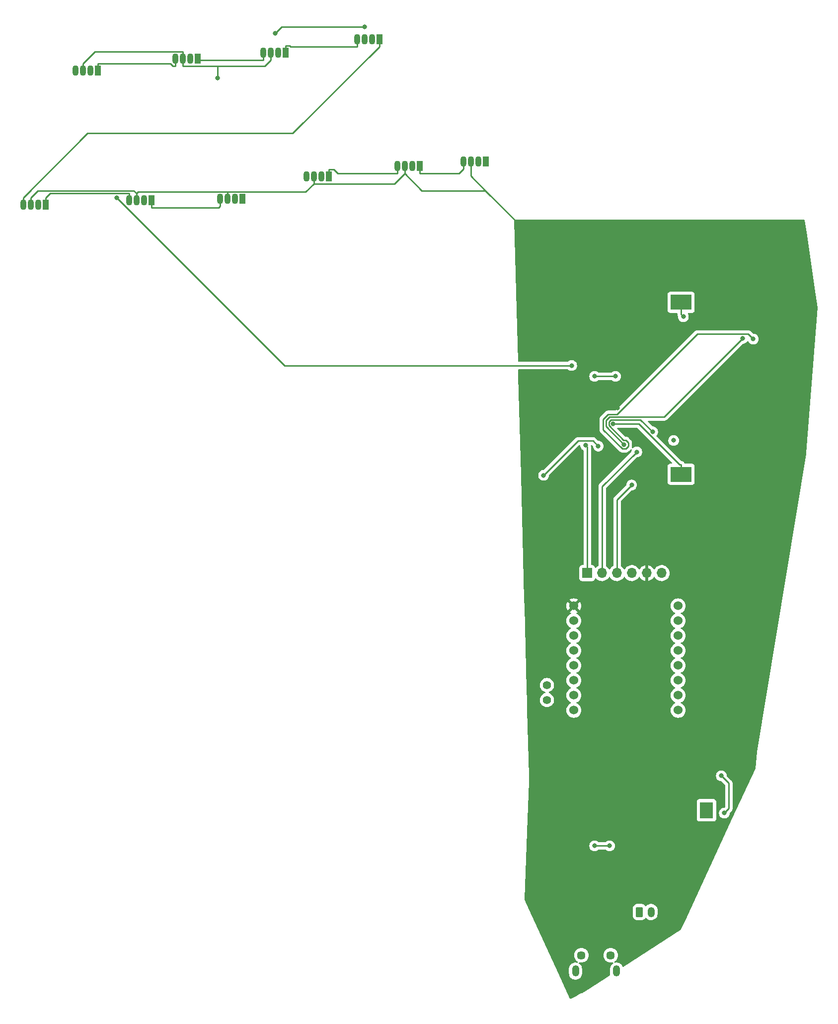
<source format=gbr>
%TF.GenerationSoftware,KiCad,Pcbnew,(6.0.9-0)*%
%TF.CreationDate,2023-01-14T11:07:59-05:00*%
%TF.ProjectId,JF-PimpleClock,4a462d50-696d-4706-9c65-436c6f636b2e,rev?*%
%TF.SameCoordinates,Original*%
%TF.FileFunction,Copper,L2,Bot*%
%TF.FilePolarity,Positive*%
%FSLAX46Y46*%
G04 Gerber Fmt 4.6, Leading zero omitted, Abs format (unit mm)*
G04 Created by KiCad (PCBNEW (6.0.9-0)) date 2023-01-14 11:07:59*
%MOMM*%
%LPD*%
G01*
G04 APERTURE LIST*
G04 Aperture macros list*
%AMRoundRect*
0 Rectangle with rounded corners*
0 $1 Rounding radius*
0 $2 $3 $4 $5 $6 $7 $8 $9 X,Y pos of 4 corners*
0 Add a 4 corners polygon primitive as box body*
4,1,4,$2,$3,$4,$5,$6,$7,$8,$9,$2,$3,0*
0 Add four circle primitives for the rounded corners*
1,1,$1+$1,$2,$3*
1,1,$1+$1,$4,$5*
1,1,$1+$1,$6,$7*
1,1,$1+$1,$8,$9*
0 Add four rect primitives between the rounded corners*
20,1,$1+$1,$2,$3,$4,$5,0*
20,1,$1+$1,$4,$5,$6,$7,0*
20,1,$1+$1,$6,$7,$8,$9,0*
20,1,$1+$1,$8,$9,$2,$3,0*%
G04 Aperture macros list end*
%TA.AperFunction,ComponentPad*%
%ADD10R,1.700000X1.700000*%
%TD*%
%TA.AperFunction,ComponentPad*%
%ADD11O,1.700000X1.700000*%
%TD*%
%TA.AperFunction,SMDPad,CuDef*%
%ADD12R,2.300000X2.800000*%
%TD*%
%TA.AperFunction,ComponentPad*%
%ADD13C,0.600000*%
%TD*%
%TA.AperFunction,ComponentPad*%
%ADD14R,1.070000X1.800000*%
%TD*%
%TA.AperFunction,ComponentPad*%
%ADD15O,1.070000X1.800000*%
%TD*%
%TA.AperFunction,ComponentPad*%
%ADD16C,1.450000*%
%TD*%
%TA.AperFunction,ComponentPad*%
%ADD17O,1.200000X1.900000*%
%TD*%
%TA.AperFunction,ComponentPad*%
%ADD18C,1.524000*%
%TD*%
%TA.AperFunction,ComponentPad*%
%ADD19RoundRect,0.250000X-0.350000X-0.625000X0.350000X-0.625000X0.350000X0.625000X-0.350000X0.625000X0*%
%TD*%
%TA.AperFunction,ComponentPad*%
%ADD20O,1.200000X1.750000*%
%TD*%
%TA.AperFunction,ComponentPad*%
%ADD21C,1.400000*%
%TD*%
%TA.AperFunction,SMDPad,CuDef*%
%ADD22R,3.600000X2.600000*%
%TD*%
%TA.AperFunction,ViaPad*%
%ADD23C,0.800000*%
%TD*%
%TA.AperFunction,Conductor*%
%ADD24C,0.250000*%
%TD*%
G04 APERTURE END LIST*
D10*
%TO.P,J1,1,Pin_1*%
%TO.N,/RESET*%
X148336000Y92964000D03*
D11*
%TO.P,J1,2,Pin_2*%
%TO.N,/MOSI*%
X150876000Y92964000D03*
%TO.P,J1,3,Pin_3*%
%TO.N,/MISO*%
X153416000Y92964000D03*
%TO.P,J1,4,Pin_4*%
%TO.N,/SCK*%
X155956000Y92964000D03*
%TO.P,J1,5,Pin_5*%
%TO.N,/5v*%
X158496000Y92964000D03*
%TO.P,J1,6,Pin_6*%
%TO.N,GND*%
X161036000Y92964000D03*
%TD*%
D12*
%TO.P,U5,11,PAD*%
%TO.N,GND*%
X168672000Y52545500D03*
D13*
X168672000Y52545500D03*
X168172000Y53295500D03*
X169172000Y53295500D03*
X169172000Y51795500D03*
X168172000Y51795500D03*
%TD*%
D14*
%TO.P,Dh2,1,DOUT*%
%TO.N,Net-(Dh2-Pad1)*%
X81910000Y180594000D03*
D15*
%TO.P,Dh2,2,GND*%
%TO.N,GND*%
X80640000Y180594000D03*
%TO.P,Dh2,3,VDD*%
%TO.N,/5v*%
X79370000Y180594000D03*
%TO.P,Dh2,4,DIN*%
%TO.N,Net-(Dh1-Pad1)*%
X78100000Y180594000D03*
%TD*%
D16*
%TO.P,J4,6,Shield*%
%TO.N,GND*%
X152344000Y27846000D03*
D17*
X153344000Y25146000D03*
D16*
X147344000Y27846000D03*
D17*
X146344000Y25146000D03*
%TD*%
D18*
%TO.P,U3,1,VCC*%
%TO.N,/5v*%
X146050000Y87376000D03*
%TO.P,U3,2,RX*%
%TO.N,Net-(R7-Pad1)*%
X146050000Y84836000D03*
%TO.P,U3,3,TX*%
%TO.N,Net-(R6-Pad1)*%
X146050000Y82296000D03*
%TO.P,U3,4,DAC_R*%
%TO.N,unconnected-(U3-Pad4)*%
X146050000Y79756000D03*
%TO.P,U3,5,DAC_L*%
%TO.N,unconnected-(U3-Pad5)*%
X146050000Y77216000D03*
%TO.P,U3,6,SPK1*%
%TO.N,Net-(J3-Pad1)*%
X146050000Y74676000D03*
%TO.P,U3,7,GND*%
%TO.N,GND*%
X146050000Y72136000D03*
%TO.P,U3,8,SPK2*%
%TO.N,Net-(J3-Pad2)*%
X146050000Y69596000D03*
%TO.P,U3,9,IO1*%
%TO.N,unconnected-(U3-Pad9)*%
X163830000Y69596000D03*
%TO.P,U3,10,GND*%
%TO.N,GND*%
X163830000Y72136000D03*
%TO.P,U3,11,IO2*%
%TO.N,unconnected-(U3-Pad11)*%
X163830000Y74676000D03*
%TO.P,U3,12,ADKEY1*%
%TO.N,unconnected-(U3-Pad12)*%
X163830000Y77216000D03*
%TO.P,U3,13,ADKEY2*%
%TO.N,unconnected-(U3-Pad13)*%
X163830000Y79756000D03*
%TO.P,U3,14,USB+*%
%TO.N,unconnected-(U3-Pad14)*%
X163830000Y82296000D03*
%TO.P,U3,15,USB-*%
%TO.N,unconnected-(U3-Pad15)*%
X163830000Y84836000D03*
%TO.P,U3,16,BUSY*%
%TO.N,unconnected-(U3-Pad16)*%
X163830000Y87376000D03*
%TD*%
D14*
%TO.P,Dm3,1,DOUT*%
%TO.N,Net-(Dm3-Pad1)*%
X89530000Y156718000D03*
D15*
%TO.P,Dm3,2,GND*%
%TO.N,GND*%
X88260000Y156718000D03*
%TO.P,Dm3,3,VDD*%
%TO.N,/5v*%
X86990000Y156718000D03*
%TO.P,Dm3,4,DIN*%
%TO.N,Net-(Dm2-Pad1)*%
X85720000Y156718000D03*
%TD*%
D14*
%TO.P,Dm4,1,DOUT*%
%TO.N,Net-(Dm4-Pad1)*%
X104262000Y160528000D03*
D15*
%TO.P,Dm4,2,GND*%
%TO.N,GND*%
X102992000Y160528000D03*
%TO.P,Dm4,3,VDD*%
%TO.N,/5v*%
X101722000Y160528000D03*
%TO.P,Dm4,4,DIN*%
%TO.N,Net-(Dm3-Pad1)*%
X100452000Y160528000D03*
%TD*%
D14*
%TO.P,Dm5,1,DOUT*%
%TO.N,Net-(Dm5-Pad1)*%
X119756000Y162306000D03*
D15*
%TO.P,Dm5,2,GND*%
%TO.N,GND*%
X118486000Y162306000D03*
%TO.P,Dm5,3,VDD*%
%TO.N,/5v*%
X117216000Y162306000D03*
%TO.P,Dm5,4,DIN*%
%TO.N,Net-(Dm4-Pad1)*%
X115946000Y162306000D03*
%TD*%
D14*
%TO.P,Dm2,1,DOUT*%
%TO.N,Net-(Dm2-Pad1)*%
X74036000Y156464000D03*
D15*
%TO.P,Dm2,2,GND*%
%TO.N,GND*%
X72766000Y156464000D03*
%TO.P,Dm2,3,VDD*%
%TO.N,/5v*%
X71496000Y156464000D03*
%TO.P,Dm2,4,DIN*%
%TO.N,Net-(Dm1-Pad1)*%
X70226000Y156464000D03*
%TD*%
D14*
%TO.P,Dm1,1,DOUT*%
%TO.N,Net-(Dm1-Pad1)*%
X56002000Y155702000D03*
D15*
%TO.P,Dm1,2,GND*%
%TO.N,GND*%
X54732000Y155702000D03*
%TO.P,Dm1,3,VDD*%
%TO.N,/5v*%
X53462000Y155702000D03*
%TO.P,Dm1,4,DIN*%
%TO.N,Net-(Dh4-Pad1)*%
X52192000Y155702000D03*
%TD*%
D19*
%TO.P,J2,1,Pin_1*%
%TO.N,Net-(BT2-Pad1)*%
X157242000Y35216000D03*
D20*
%TO.P,J2,2,Pin_2*%
%TO.N,GND*%
X159242000Y35216000D03*
%TD*%
D21*
%TO.P,J3,1,Pin_1*%
%TO.N,Net-(J3-Pad1)*%
X141478000Y73894000D03*
%TO.P,J3,2,Pin_2*%
%TO.N,Net-(J3-Pad2)*%
X141478000Y71354000D03*
%TD*%
D14*
%TO.P,Dh3,1,DOUT*%
%TO.N,Net-(Dh3-Pad1)*%
X96896000Y181610000D03*
D15*
%TO.P,Dh3,2,GND*%
%TO.N,GND*%
X95626000Y181610000D03*
%TO.P,Dh3,3,VDD*%
%TO.N,/5v*%
X94356000Y181610000D03*
%TO.P,Dh3,4,DIN*%
%TO.N,Net-(Dh2-Pad1)*%
X93086000Y181610000D03*
%TD*%
D14*
%TO.P,Dh1,1,DOUT*%
%TO.N,Net-(Dh1-Pad1)*%
X64892000Y178562000D03*
D15*
%TO.P,Dh1,2,GND*%
%TO.N,GND*%
X63622000Y178562000D03*
%TO.P,Dh1,3,VDD*%
%TO.N,/5v*%
X62352000Y178562000D03*
%TO.P,Dh1,4,DIN*%
%TO.N,Net-(Dh1-Pad4)*%
X61082000Y178562000D03*
%TD*%
D14*
%TO.P,Dm6,1,DOUT*%
%TO.N,unconnected-(Dm6-Pad1)*%
X131064000Y163068000D03*
D15*
%TO.P,Dm6,2,GND*%
%TO.N,GND*%
X129794000Y163068000D03*
%TO.P,Dm6,3,VDD*%
%TO.N,/5v*%
X128524000Y163068000D03*
%TO.P,Dm6,4,DIN*%
%TO.N,Net-(Dm5-Pad1)*%
X127254000Y163068000D03*
%TD*%
D14*
%TO.P,Dh4,1,DOUT*%
%TO.N,Net-(Dh4-Pad1)*%
X112898000Y183896000D03*
D15*
%TO.P,Dh4,2,GND*%
%TO.N,GND*%
X111628000Y183896000D03*
%TO.P,Dh4,3,VDD*%
%TO.N,/5v*%
X110358000Y183896000D03*
%TO.P,Dh4,4,DIN*%
%TO.N,Net-(Dh3-Pad1)*%
X109088000Y183896000D03*
%TD*%
D22*
%TO.P,BT1,1,+*%
%TO.N,Net-(BT1-Pad1)*%
X164338000Y109810000D03*
%TO.P,BT1,2,-*%
%TO.N,GND*%
X164338000Y139110000D03*
%TD*%
D23*
%TO.N,GND*%
X149606000Y126492000D03*
X153162000Y126492000D03*
X164727000Y136668900D03*
X152146000Y46482000D03*
X149606000Y46482000D03*
X163068000Y115570000D03*
%TO.N,/5v*%
X153502000Y121139200D03*
X165862000Y53594000D03*
X143698300Y137300500D03*
X154012000Y112410600D03*
X148425500Y118692200D03*
X153032600Y40822500D03*
X95172600Y184965200D03*
X170352000Y54760700D03*
X85327000Y177366100D03*
X110358000Y186061800D03*
X148847000Y121205200D03*
%TO.N,Net-(Dh1-Pad4)*%
X68128800Y156955200D03*
X145694300Y128335500D03*
%TO.N,/RESET*%
X148050600Y114767800D03*
%TO.N,/MOSI*%
X156787000Y113612500D03*
%TO.N,/MISO*%
X155918000Y107982300D03*
%TO.N,/MCU_TX*%
X140907000Y109627900D03*
X150227900Y114604200D03*
%TO.N,Net-(R10-Pad1)*%
X171704000Y52070000D03*
X171196000Y58420000D03*
%TO.N,/SW1*%
X174873000Y132971200D03*
X154630000Y114872100D03*
%TO.N,/SW2*%
X159493000Y117053500D03*
X176637000Y132853600D03*
%TO.N,Net-(BT1-Pad1)*%
X152767500Y118396800D03*
%TD*%
D24*
%TO.N,GND*%
X164338000Y137057900D02*
X164338000Y139110000D01*
X164727000Y136668900D02*
X164338000Y137057900D01*
X149606000Y126492000D02*
X153162000Y126492000D01*
X152146000Y46482000D02*
X149606000Y46482000D01*
%TO.N,/5v*%
X79370000Y180594000D02*
X79370000Y179368900D01*
X71045900Y158139200D02*
X54674100Y158139200D01*
X86990000Y156718000D02*
X86990000Y157943100D01*
X54674100Y158139200D02*
X53462000Y156927100D01*
X71496000Y157689100D02*
X71045900Y158139200D01*
X96269200Y186061800D02*
X110358000Y186061800D01*
X115438000Y159302900D02*
X101722000Y159302900D01*
X95172600Y184965200D02*
X96269200Y186061800D01*
X62352000Y178562000D02*
X62352000Y179787100D01*
X117216000Y162306000D02*
X117216000Y161080900D01*
X85327000Y177366100D02*
X85327000Y179368900D01*
X79370000Y180594000D02*
X79370000Y181819100D01*
X85327000Y179368900D02*
X79370000Y179368900D01*
X86990000Y157943100D02*
X71750000Y157943100D01*
X101722000Y160528000D02*
X101722000Y159302900D01*
X131012800Y158145300D02*
X120151600Y158145300D01*
X100362200Y157943100D02*
X86990000Y157943100D01*
X71496000Y156464000D02*
X71496000Y157689100D01*
X93340000Y179368900D02*
X85327000Y179368900D01*
X117216000Y161080900D02*
X115438000Y159302900D01*
X101722000Y159302900D02*
X100362200Y157943100D01*
X94356000Y181610000D02*
X94356000Y180384900D01*
X128524000Y163068000D02*
X128524000Y161842900D01*
X128524000Y160634100D02*
X128524000Y161842900D01*
X137901400Y151256700D02*
X131012800Y158145300D01*
X79370000Y181819100D02*
X64384000Y181819100D01*
X53462000Y155702000D02*
X53462000Y156927100D01*
X94356000Y180384900D02*
X93340000Y179368900D01*
X131012800Y158145300D02*
X128524000Y160634100D01*
X64384000Y181819100D02*
X62352000Y179787100D01*
X120151600Y158145300D02*
X117216000Y161080900D01*
X71750000Y157943100D02*
X71496000Y157689100D01*
%TO.N,Net-(Dh1-Pad1)*%
X77743700Y179368900D02*
X78100000Y179368900D01*
X64892000Y178562000D02*
X64892000Y179787100D01*
X78100000Y180594000D02*
X78100000Y179368900D01*
X64892000Y179787100D02*
X77325500Y179787100D01*
X77325500Y179787100D02*
X77743700Y179368900D01*
%TO.N,Net-(Dh1-Pad4)*%
X96748500Y128335500D02*
X68128800Y156955200D01*
X145694300Y128335500D02*
X96748500Y128335500D01*
%TO.N,Net-(Dh2-Pad1)*%
X82119100Y180384900D02*
X81910000Y180594000D01*
X93086000Y181610000D02*
X93086000Y180384900D01*
X93086000Y180384900D02*
X82119100Y180384900D01*
%TO.N,Net-(Dh3-Pad1)*%
X97756100Y182670900D02*
X97591900Y182835100D01*
X109088000Y182670900D02*
X97756100Y182670900D01*
X97591900Y182835100D02*
X96896000Y182835100D01*
X96896000Y181610000D02*
X96896000Y182835100D01*
X109088000Y183896000D02*
X109088000Y182670900D01*
%TO.N,Net-(Dh4-Pad1)*%
X63163000Y167898100D02*
X52192000Y156927100D01*
X112898000Y182670900D02*
X98125200Y167898100D01*
X112898000Y183896000D02*
X112898000Y182670900D01*
X52192000Y155702000D02*
X52192000Y156927100D01*
X98125200Y167898100D02*
X63163000Y167898100D01*
%TO.N,Net-(Dm1-Pad1)*%
X70226000Y156464000D02*
X70226000Y157689100D01*
X56002000Y156927100D02*
X56764000Y157689100D01*
X56002000Y155702000D02*
X56002000Y156927100D01*
X56764000Y157689100D02*
X70226000Y157689100D01*
%TO.N,Net-(Dm2-Pad1)*%
X85466000Y155238900D02*
X85720000Y155492900D01*
X85720000Y156718000D02*
X85720000Y155492900D01*
X74036000Y155238900D02*
X85466000Y155238900D01*
X74036000Y156464000D02*
X74036000Y155238900D01*
%TO.N,Net-(Dm4-Pad1)*%
X105122100Y161753100D02*
X104262000Y161753100D01*
X105794300Y161080900D02*
X105122100Y161753100D01*
X115946000Y161080900D02*
X105794300Y161080900D01*
X115946000Y162306000D02*
X115946000Y161080900D01*
X104262000Y160528000D02*
X104262000Y161753100D01*
%TO.N,Net-(Dm5-Pad1)*%
X126492000Y161080900D02*
X119756000Y161080900D01*
X127254000Y161842900D02*
X126492000Y161080900D01*
X119756000Y162306000D02*
X119756000Y161080900D01*
X127254000Y163068000D02*
X127254000Y161842900D01*
%TO.N,/RESET*%
X148050600Y114767800D02*
X148336000Y114482400D01*
X148336000Y114482400D02*
X148336000Y92964000D01*
%TO.N,/MOSI*%
X150876000Y107701500D02*
X156787000Y113612500D01*
X150876000Y92964000D02*
X150876000Y107701500D01*
%TO.N,/MISO*%
X153416000Y105480300D02*
X155918000Y107982300D01*
X153416000Y92964000D02*
X153416000Y105480300D01*
%TO.N,/MCU_TX*%
X140907000Y109627900D02*
X146772100Y115493000D01*
X146772100Y115493000D02*
X149339100Y115493000D01*
X149339100Y115493000D02*
X150227900Y114604200D01*
%TO.N,Net-(R10-Pad1)*%
X172466000Y52832000D02*
X172466000Y57150000D01*
X172466000Y57150000D02*
X171196000Y58420000D01*
X171704000Y52070000D02*
X172466000Y52832000D01*
%TO.N,/SW1*%
X174873000Y132971200D02*
X161473800Y119572000D01*
X151512300Y117989800D02*
X154630000Y114872100D01*
X151512300Y118963300D02*
X151512300Y117989800D01*
X161473800Y119572000D02*
X152121000Y119572000D01*
X152121000Y119572000D02*
X151512300Y118963300D01*
%TO.N,/SW2*%
X155355100Y115172500D02*
X154930400Y115597200D01*
X152404700Y119121900D02*
X157424600Y119121900D01*
X151062200Y119191600D02*
X151062200Y117414500D01*
X176637000Y132853600D02*
X175794300Y133696300D01*
X157424600Y119121900D02*
X159493000Y117053500D01*
X153441100Y120022100D02*
X151892700Y120022100D01*
X167115300Y133696300D02*
X153441100Y120022100D01*
X154930400Y115597200D02*
X154541500Y115597200D01*
X152017700Y118734900D02*
X152404700Y119121900D01*
X175794300Y133696300D02*
X167115300Y133696300D01*
X154541500Y115597200D02*
X152017700Y118121000D01*
X155355100Y114571700D02*
X155355100Y115172500D01*
X154329700Y114147000D02*
X154930400Y114147000D01*
X154930400Y114147000D02*
X155355100Y114571700D01*
X151062200Y117414500D02*
X154329700Y114147000D01*
X151892700Y120022100D02*
X151062200Y119191600D01*
X152017700Y118121000D02*
X152017700Y118734900D01*
%TO.N,Net-(BT1-Pad1)*%
X152767500Y118396800D02*
X157124300Y118396800D01*
X164086000Y111435100D02*
X164338000Y111435100D01*
X164338000Y109810000D02*
X164338000Y111435100D01*
X157124300Y118396800D02*
X164086000Y111435100D01*
%TD*%
%TA.AperFunction,Conductor*%
%TO.N,/5v*%
G36*
X185379304Y153141998D02*
G01*
X185425797Y153088342D01*
X185435841Y153054342D01*
X185810088Y150510911D01*
X187289782Y140454717D01*
X187614842Y138245563D01*
X187615804Y138217441D01*
X185691564Y113509526D01*
X185674420Y113289389D01*
X185673120Y113278665D01*
X177292000Y62484000D01*
X177291793Y62481719D01*
X177039975Y59711728D01*
X177028833Y59670200D01*
X173089620Y51161500D01*
X165070395Y33839972D01*
X164353273Y32290989D01*
X164307500Y32238216D01*
X154538024Y25901259D01*
X154469988Y25880969D01*
X154401784Y25900683D01*
X154357440Y25949276D01*
X154283804Y26092249D01*
X154283802Y26092252D01*
X154281058Y26097580D01*
X154150396Y26263920D01*
X154145865Y26267852D01*
X154145862Y26267855D01*
X153995167Y26398621D01*
X153990637Y26402552D01*
X153985448Y26405554D01*
X153985447Y26405555D01*
X153812742Y26505467D01*
X153807546Y26508473D01*
X153607729Y26577861D01*
X153601794Y26578722D01*
X153601792Y26578722D01*
X153404336Y26607352D01*
X153404333Y26607352D01*
X153398396Y26608213D01*
X153187101Y26598433D01*
X153110653Y26580009D01*
X153039742Y26583494D01*
X152981972Y26624763D01*
X152955685Y26690714D01*
X152969226Y26760407D01*
X153008861Y26805715D01*
X153135396Y26894316D01*
X153135399Y26894318D01*
X153139907Y26897475D01*
X153292525Y27050093D01*
X153416323Y27226894D01*
X153418646Y27231876D01*
X153418649Y27231881D01*
X153505216Y27417525D01*
X153505217Y27417526D01*
X153507539Y27422507D01*
X153537209Y27533235D01*
X153561977Y27625672D01*
X153561977Y27625674D01*
X153563401Y27630987D01*
X153582212Y27846000D01*
X153563401Y28061013D01*
X153519968Y28223108D01*
X153508962Y28264183D01*
X153508961Y28264185D01*
X153507539Y28269493D01*
X153505216Y28274475D01*
X153418649Y28460119D01*
X153418646Y28460124D01*
X153416323Y28465106D01*
X153292525Y28641907D01*
X153139907Y28794525D01*
X152963106Y28918323D01*
X152958124Y28920646D01*
X152958119Y28920649D01*
X152772475Y29007216D01*
X152772474Y29007217D01*
X152767493Y29009539D01*
X152762185Y29010961D01*
X152762183Y29010962D01*
X152564328Y29063977D01*
X152564326Y29063977D01*
X152559013Y29065401D01*
X152344000Y29084212D01*
X152128987Y29065401D01*
X152123674Y29063977D01*
X152123672Y29063977D01*
X151925817Y29010962D01*
X151925815Y29010961D01*
X151920507Y29009539D01*
X151915526Y29007217D01*
X151915525Y29007216D01*
X151729881Y28920649D01*
X151729876Y28920646D01*
X151724894Y28918323D01*
X151548093Y28794525D01*
X151395475Y28641907D01*
X151271677Y28465106D01*
X151269354Y28460124D01*
X151269351Y28460119D01*
X151182784Y28274475D01*
X151180461Y28269493D01*
X151179039Y28264185D01*
X151179038Y28264183D01*
X151168032Y28223108D01*
X151124599Y28061013D01*
X151105788Y27846000D01*
X151124599Y27630987D01*
X151126023Y27625674D01*
X151126023Y27625672D01*
X151150792Y27533235D01*
X151180461Y27422507D01*
X151182783Y27417526D01*
X151182784Y27417525D01*
X151269351Y27231881D01*
X151269354Y27231876D01*
X151271677Y27226894D01*
X151395475Y27050093D01*
X151548093Y26897475D01*
X151724894Y26773677D01*
X151729876Y26771354D01*
X151729881Y26771351D01*
X151818203Y26730166D01*
X151920507Y26682461D01*
X151925815Y26681039D01*
X151925817Y26681038D01*
X152123672Y26628023D01*
X152123674Y26628023D01*
X152128987Y26626599D01*
X152344000Y26607788D01*
X152559013Y26626599D01*
X152564326Y26628023D01*
X152564328Y26628023D01*
X152624784Y26644222D01*
X152695761Y26642532D01*
X152754556Y26602738D01*
X152782504Y26537473D01*
X152770730Y26467460D01*
X152730296Y26419746D01*
X152616389Y26338946D01*
X152470119Y26186150D01*
X152355380Y26008452D01*
X152276314Y25812263D01*
X152235772Y25604663D01*
X152235500Y25599101D01*
X152235500Y24743154D01*
X152250548Y24585434D01*
X152252236Y24579680D01*
X152252238Y24579670D01*
X152265511Y24534428D01*
X152265495Y24463431D01*
X152227097Y24403714D01*
X152213175Y24393249D01*
X151431853Y23886445D01*
X147934127Y21617650D01*
X147912647Y21606490D01*
X147713755Y21526378D01*
X147707570Y21524076D01*
X147702884Y21522867D01*
X147673492Y21510199D01*
X147670741Y21509052D01*
X147643914Y21498247D01*
X147640038Y21496002D01*
X147638830Y21495412D01*
X147633446Y21492940D01*
X147366072Y21377702D01*
X147353569Y21373082D01*
X147347992Y21371350D01*
X147343623Y21369210D01*
X147343618Y21369208D01*
X147326253Y21360703D01*
X147320707Y21358151D01*
X147305428Y21351565D01*
X147305419Y21351560D01*
X147301307Y21349788D01*
X147295643Y21346322D01*
X147285315Y21340649D01*
X146997404Y21199621D01*
X146986204Y21194882D01*
X146985061Y21194369D01*
X146980476Y21192721D01*
X146976198Y21190387D01*
X146976194Y21190385D01*
X146957960Y21180437D01*
X146953040Y21177891D01*
X146936793Y21169933D01*
X146936782Y21169927D01*
X146932771Y21167962D01*
X146929083Y21165451D01*
X146929067Y21165442D01*
X146928498Y21165054D01*
X146917944Y21158604D01*
X146702585Y21041104D01*
X146673985Y21025500D01*
X146657421Y21017960D01*
X146636513Y21010212D01*
X146636508Y21010210D01*
X146631946Y21008519D01*
X146620987Y21002397D01*
X146617160Y20999403D01*
X146617149Y20999396D01*
X146596817Y20983491D01*
X146584015Y20974692D01*
X146546721Y20952314D01*
X146533209Y20944206D01*
X146532224Y20943563D01*
X146532211Y20943555D01*
X146455439Y20893449D01*
X146445179Y20886753D01*
X146403558Y20857289D01*
X146387628Y20847694D01*
X146366773Y20837147D01*
X146361898Y20833647D01*
X146361659Y20833522D01*
X146361464Y20833335D01*
X146356576Y20829825D01*
X146353111Y20826417D01*
X146353110Y20826416D01*
X146341715Y20815208D01*
X146325537Y20801760D01*
X146311497Y20791948D01*
X146306245Y20788469D01*
X146259092Y20758909D01*
X146253689Y20755707D01*
X146247255Y20752108D01*
X146242085Y20749216D01*
X146221477Y20740006D01*
X146214001Y20737440D01*
X146213995Y20737437D01*
X146205504Y20734523D01*
X146198172Y20729343D01*
X146186533Y20721120D01*
X146169569Y20711028D01*
X145894379Y20575287D01*
X145888296Y20572485D01*
X145541485Y20423774D01*
X145534833Y20421143D01*
X145511454Y20412654D01*
X145440597Y20408205D01*
X145378583Y20442771D01*
X145353802Y20478822D01*
X143409768Y24743154D01*
X145235500Y24743154D01*
X145250548Y24585434D01*
X145310092Y24382466D01*
X145406942Y24194420D01*
X145537604Y24028080D01*
X145542135Y24024148D01*
X145542138Y24024145D01*
X145628058Y23949588D01*
X145697363Y23889448D01*
X145702549Y23886448D01*
X145702553Y23886445D01*
X145798957Y23830674D01*
X145880454Y23783527D01*
X146080271Y23714139D01*
X146086206Y23713278D01*
X146086208Y23713278D01*
X146283664Y23684648D01*
X146283667Y23684648D01*
X146289604Y23683787D01*
X146500899Y23693567D01*
X146632077Y23725181D01*
X146700701Y23741719D01*
X146700703Y23741720D01*
X146706534Y23743125D01*
X146711992Y23745607D01*
X146711996Y23745608D01*
X146827041Y23797916D01*
X146899087Y23830674D01*
X147071611Y23953054D01*
X147217881Y24105850D01*
X147332620Y24283548D01*
X147381048Y24403714D01*
X147409442Y24474168D01*
X147409443Y24474171D01*
X147411686Y24479737D01*
X147452228Y24687337D01*
X147452500Y24692899D01*
X147452500Y25548846D01*
X147437452Y25706566D01*
X147377908Y25909534D01*
X147369756Y25925362D01*
X147283804Y26092249D01*
X147283802Y26092252D01*
X147281058Y26097580D01*
X147150396Y26263920D01*
X147145865Y26267852D01*
X147145862Y26267855D01*
X146995167Y26398621D01*
X146990637Y26402552D01*
X146979818Y26408811D01*
X146975492Y26411314D01*
X146926545Y26462741D01*
X146913172Y26532467D01*
X146939619Y26598354D01*
X146997489Y26639483D01*
X147071203Y26642082D01*
X147123665Y26628024D01*
X147123676Y26628022D01*
X147128987Y26626599D01*
X147344000Y26607788D01*
X147559013Y26626599D01*
X147564326Y26628023D01*
X147564328Y26628023D01*
X147762183Y26681038D01*
X147762185Y26681039D01*
X147767493Y26682461D01*
X147869797Y26730166D01*
X147958119Y26771351D01*
X147958124Y26771354D01*
X147963106Y26773677D01*
X148139907Y26897475D01*
X148292525Y27050093D01*
X148416323Y27226894D01*
X148418646Y27231876D01*
X148418649Y27231881D01*
X148505216Y27417525D01*
X148505217Y27417526D01*
X148507539Y27422507D01*
X148537209Y27533235D01*
X148561977Y27625672D01*
X148561977Y27625674D01*
X148563401Y27630987D01*
X148582212Y27846000D01*
X148563401Y28061013D01*
X148519968Y28223108D01*
X148508962Y28264183D01*
X148508961Y28264185D01*
X148507539Y28269493D01*
X148505216Y28274475D01*
X148418649Y28460119D01*
X148418646Y28460124D01*
X148416323Y28465106D01*
X148292525Y28641907D01*
X148139907Y28794525D01*
X147963106Y28918323D01*
X147958124Y28920646D01*
X147958119Y28920649D01*
X147772475Y29007216D01*
X147772474Y29007217D01*
X147767493Y29009539D01*
X147762185Y29010961D01*
X147762183Y29010962D01*
X147564328Y29063977D01*
X147564326Y29063977D01*
X147559013Y29065401D01*
X147344000Y29084212D01*
X147128987Y29065401D01*
X147123674Y29063977D01*
X147123672Y29063977D01*
X146925817Y29010962D01*
X146925815Y29010961D01*
X146920507Y29009539D01*
X146915526Y29007217D01*
X146915525Y29007216D01*
X146729881Y28920649D01*
X146729876Y28920646D01*
X146724894Y28918323D01*
X146548093Y28794525D01*
X146395475Y28641907D01*
X146271677Y28465106D01*
X146269354Y28460124D01*
X146269351Y28460119D01*
X146182784Y28274475D01*
X146180461Y28269493D01*
X146179039Y28264185D01*
X146179038Y28264183D01*
X146168032Y28223108D01*
X146124599Y28061013D01*
X146105788Y27846000D01*
X146124599Y27630987D01*
X146126023Y27625674D01*
X146126023Y27625672D01*
X146150792Y27533235D01*
X146180461Y27422507D01*
X146182783Y27417526D01*
X146182784Y27417525D01*
X146269351Y27231881D01*
X146269354Y27231876D01*
X146271677Y27226894D01*
X146395475Y27050093D01*
X146548093Y26897475D01*
X146552601Y26894318D01*
X146552604Y26894316D01*
X146674094Y26809248D01*
X146718422Y26753791D01*
X146725731Y26683172D01*
X146693700Y26619811D01*
X146632499Y26583826D01*
X146583743Y26581339D01*
X146404336Y26607352D01*
X146404333Y26607352D01*
X146398396Y26608213D01*
X146187101Y26598433D01*
X146055923Y26566819D01*
X145987299Y26550281D01*
X145987297Y26550280D01*
X145981466Y26548875D01*
X145976008Y26546393D01*
X145976004Y26546392D01*
X145860959Y26494084D01*
X145788913Y26461326D01*
X145616389Y26338946D01*
X145470119Y26186150D01*
X145355380Y26008452D01*
X145276314Y25812263D01*
X145235772Y25604663D01*
X145235500Y25599101D01*
X145235500Y24743154D01*
X143409768Y24743154D01*
X138943285Y34540600D01*
X156133500Y34540600D01*
X156144474Y34434834D01*
X156146655Y34428298D01*
X156146655Y34428296D01*
X156150226Y34417593D01*
X156200450Y34267054D01*
X156293522Y34116652D01*
X156418697Y33991695D01*
X156424927Y33987855D01*
X156424928Y33987854D01*
X156562090Y33903306D01*
X156569262Y33898885D01*
X156594217Y33890608D01*
X156730611Y33845368D01*
X156730613Y33845368D01*
X156737139Y33843203D01*
X156743975Y33842503D01*
X156743978Y33842502D01*
X156782386Y33838567D01*
X156841600Y33832500D01*
X157642400Y33832500D01*
X157645646Y33832837D01*
X157645650Y33832837D01*
X157741308Y33842762D01*
X157741312Y33842763D01*
X157748166Y33843474D01*
X157754702Y33845655D01*
X157754704Y33845655D01*
X157889443Y33890608D01*
X157915946Y33899450D01*
X158066348Y33992522D01*
X158191305Y34117697D01*
X158223075Y34169236D01*
X158275846Y34216729D01*
X158345918Y34228153D01*
X158411042Y34199879D01*
X158429418Y34180955D01*
X158435604Y34173080D01*
X158440135Y34169148D01*
X158440138Y34169145D01*
X158558962Y34066035D01*
X158595363Y34034448D01*
X158600549Y34031448D01*
X158600553Y34031445D01*
X158696957Y33975674D01*
X158778454Y33928527D01*
X158978271Y33859139D01*
X158984206Y33858278D01*
X158984208Y33858278D01*
X159181664Y33829648D01*
X159181667Y33829648D01*
X159187604Y33828787D01*
X159398899Y33838567D01*
X159530077Y33870181D01*
X159598701Y33886719D01*
X159598703Y33886720D01*
X159604534Y33888125D01*
X159609992Y33890607D01*
X159609996Y33890608D01*
X159771132Y33963873D01*
X159797087Y33975674D01*
X159969611Y34098054D01*
X160115881Y34250850D01*
X160230620Y34428548D01*
X160309686Y34624737D01*
X160350228Y34832337D01*
X160350500Y34837899D01*
X160350500Y35543846D01*
X160335452Y35701566D01*
X160275908Y35904534D01*
X160237118Y35979849D01*
X160181804Y36087249D01*
X160181802Y36087252D01*
X160179058Y36092580D01*
X160048396Y36258920D01*
X160043865Y36262852D01*
X160043862Y36262855D01*
X159893167Y36393621D01*
X159888637Y36397552D01*
X159883451Y36400552D01*
X159883447Y36400555D01*
X159710742Y36500467D01*
X159705546Y36503473D01*
X159505729Y36572861D01*
X159499794Y36573722D01*
X159499792Y36573722D01*
X159302336Y36602352D01*
X159302333Y36602352D01*
X159296396Y36603213D01*
X159085101Y36593433D01*
X158953923Y36561819D01*
X158885299Y36545281D01*
X158885297Y36545280D01*
X158879466Y36543875D01*
X158874008Y36541393D01*
X158874004Y36541392D01*
X158758959Y36489084D01*
X158686913Y36456326D01*
X158514389Y36333946D01*
X158510247Y36329619D01*
X158510241Y36329614D01*
X158423194Y36238683D01*
X158361639Y36203306D01*
X158290730Y36206825D01*
X158232979Y36248121D01*
X158225032Y36259509D01*
X158190478Y36315348D01*
X158065303Y36440305D01*
X157962826Y36503473D01*
X157920968Y36529275D01*
X157920966Y36529276D01*
X157914738Y36533115D01*
X157792311Y36573722D01*
X157753389Y36586632D01*
X157753387Y36586632D01*
X157746861Y36588797D01*
X157740025Y36589497D01*
X157740022Y36589498D01*
X157696969Y36593909D01*
X157642400Y36599500D01*
X156841600Y36599500D01*
X156838354Y36599163D01*
X156838350Y36599163D01*
X156742692Y36589238D01*
X156742688Y36589237D01*
X156735834Y36588526D01*
X156729298Y36586345D01*
X156729296Y36586345D01*
X156629113Y36552921D01*
X156568054Y36532550D01*
X156417652Y36439478D01*
X156292695Y36314303D01*
X156288855Y36308073D01*
X156288854Y36308072D01*
X156251900Y36248121D01*
X156199885Y36163738D01*
X156144203Y35995861D01*
X156133500Y35891400D01*
X156133500Y34540600D01*
X138943285Y34540600D01*
X137680395Y37310811D01*
X137669134Y37367858D01*
X138015241Y46482000D01*
X148692496Y46482000D01*
X148693186Y46475435D01*
X148711586Y46300373D01*
X148712458Y46292072D01*
X148771473Y46110444D01*
X148866960Y45945056D01*
X148994747Y45803134D01*
X149149248Y45690882D01*
X149155276Y45688198D01*
X149155278Y45688197D01*
X149317681Y45615891D01*
X149323712Y45613206D01*
X149417113Y45593353D01*
X149504056Y45574872D01*
X149504061Y45574872D01*
X149510513Y45573500D01*
X149701487Y45573500D01*
X149707939Y45574872D01*
X149707944Y45574872D01*
X149794887Y45593353D01*
X149888288Y45613206D01*
X149894319Y45615891D01*
X150056722Y45688197D01*
X150056724Y45688198D01*
X150062752Y45690882D01*
X150217253Y45803134D01*
X150221668Y45808037D01*
X150226580Y45812460D01*
X150227705Y45811211D01*
X150281014Y45844051D01*
X150314200Y45848500D01*
X151437800Y45848500D01*
X151505921Y45828498D01*
X151525147Y45812157D01*
X151525420Y45812460D01*
X151530332Y45808037D01*
X151534747Y45803134D01*
X151689248Y45690882D01*
X151695276Y45688198D01*
X151695278Y45688197D01*
X151857681Y45615891D01*
X151863712Y45613206D01*
X151957113Y45593353D01*
X152044056Y45574872D01*
X152044061Y45574872D01*
X152050513Y45573500D01*
X152241487Y45573500D01*
X152247939Y45574872D01*
X152247944Y45574872D01*
X152334887Y45593353D01*
X152428288Y45613206D01*
X152434319Y45615891D01*
X152596722Y45688197D01*
X152596724Y45688198D01*
X152602752Y45690882D01*
X152757253Y45803134D01*
X152885040Y45945056D01*
X152980527Y46110444D01*
X153039542Y46292072D01*
X153040415Y46300373D01*
X153058814Y46475435D01*
X153059504Y46482000D01*
X153058814Y46488565D01*
X153040232Y46665365D01*
X153040232Y46665367D01*
X153039542Y46671928D01*
X152980527Y46853556D01*
X152885040Y47018944D01*
X152757253Y47160866D01*
X152602752Y47273118D01*
X152596724Y47275802D01*
X152596722Y47275803D01*
X152434319Y47348109D01*
X152434318Y47348109D01*
X152428288Y47350794D01*
X152334888Y47370647D01*
X152247944Y47389128D01*
X152247939Y47389128D01*
X152241487Y47390500D01*
X152050513Y47390500D01*
X152044061Y47389128D01*
X152044056Y47389128D01*
X151957112Y47370647D01*
X151863712Y47350794D01*
X151857682Y47348109D01*
X151857681Y47348109D01*
X151695278Y47275803D01*
X151695276Y47275802D01*
X151689248Y47273118D01*
X151534747Y47160866D01*
X151530332Y47155963D01*
X151525420Y47151540D01*
X151524295Y47152789D01*
X151470986Y47119949D01*
X151437800Y47115500D01*
X150314200Y47115500D01*
X150246079Y47135502D01*
X150226853Y47151843D01*
X150226580Y47151540D01*
X150221668Y47155963D01*
X150217253Y47160866D01*
X150062752Y47273118D01*
X150056724Y47275802D01*
X150056722Y47275803D01*
X149894319Y47348109D01*
X149894318Y47348109D01*
X149888288Y47350794D01*
X149794888Y47370647D01*
X149707944Y47389128D01*
X149707939Y47389128D01*
X149701487Y47390500D01*
X149510513Y47390500D01*
X149504061Y47389128D01*
X149504056Y47389128D01*
X149417112Y47370647D01*
X149323712Y47350794D01*
X149317682Y47348109D01*
X149317681Y47348109D01*
X149155278Y47275803D01*
X149155276Y47275802D01*
X149149248Y47273118D01*
X148994747Y47160866D01*
X148866960Y47018944D01*
X148771473Y46853556D01*
X148712458Y46671928D01*
X148711768Y46665367D01*
X148711768Y46665365D01*
X148693186Y46488565D01*
X148692496Y46482000D01*
X138015241Y46482000D01*
X138190508Y51097366D01*
X167013500Y51097366D01*
X167020255Y51035184D01*
X167071385Y50898795D01*
X167158739Y50782239D01*
X167275295Y50694885D01*
X167411684Y50643755D01*
X167473866Y50637000D01*
X169870134Y50637000D01*
X169932316Y50643755D01*
X170068705Y50694885D01*
X170185261Y50782239D01*
X170272615Y50898795D01*
X170323745Y51035184D01*
X170330500Y51097366D01*
X170330500Y53993634D01*
X170323745Y54055816D01*
X170272615Y54192205D01*
X170185261Y54308761D01*
X170068705Y54396115D01*
X169932316Y54447245D01*
X169870134Y54454000D01*
X167473866Y54454000D01*
X167411684Y54447245D01*
X167275295Y54396115D01*
X167158739Y54308761D01*
X167071385Y54192205D01*
X167020255Y54055816D01*
X167013500Y53993634D01*
X167013500Y51097366D01*
X138190508Y51097366D01*
X138429923Y57401963D01*
X138429923Y57401974D01*
X138430000Y57404000D01*
X138403050Y58420000D01*
X170282496Y58420000D01*
X170302458Y58230072D01*
X170361473Y58048444D01*
X170456960Y57883056D01*
X170584747Y57741134D01*
X170739248Y57628882D01*
X170745276Y57626198D01*
X170745278Y57626197D01*
X170907681Y57553891D01*
X170913712Y57551206D01*
X170992105Y57534543D01*
X171094056Y57512872D01*
X171094061Y57512872D01*
X171100513Y57511500D01*
X171156406Y57511500D01*
X171224527Y57491498D01*
X171245501Y57474595D01*
X171795595Y56924501D01*
X171829621Y56862189D01*
X171832500Y56835406D01*
X171832500Y53146594D01*
X171812498Y53078473D01*
X171795595Y53057499D01*
X171753501Y53015405D01*
X171691189Y52981379D01*
X171664406Y52978500D01*
X171608513Y52978500D01*
X171602061Y52977128D01*
X171602056Y52977128D01*
X171515113Y52958647D01*
X171421712Y52938794D01*
X171415682Y52936109D01*
X171415681Y52936109D01*
X171253278Y52863803D01*
X171253276Y52863802D01*
X171247248Y52861118D01*
X171092747Y52748866D01*
X171088326Y52743956D01*
X171088325Y52743955D01*
X170982268Y52626166D01*
X170964960Y52606944D01*
X170933809Y52552989D01*
X170880133Y52460019D01*
X170869473Y52441556D01*
X170810458Y52259928D01*
X170809768Y52253367D01*
X170809768Y52253365D01*
X170795879Y52121218D01*
X170790496Y52070000D01*
X170810458Y51880072D01*
X170869473Y51698444D01*
X170964960Y51533056D01*
X171092747Y51391134D01*
X171247248Y51278882D01*
X171253276Y51276198D01*
X171253278Y51276197D01*
X171408386Y51207139D01*
X171421712Y51201206D01*
X171515112Y51181353D01*
X171602056Y51162872D01*
X171602061Y51162872D01*
X171608513Y51161500D01*
X171799487Y51161500D01*
X171805939Y51162872D01*
X171805944Y51162872D01*
X171892888Y51181353D01*
X171986288Y51201206D01*
X171999614Y51207139D01*
X172154722Y51276197D01*
X172154724Y51276198D01*
X172160752Y51278882D01*
X172315253Y51391134D01*
X172443040Y51533056D01*
X172538527Y51698444D01*
X172597542Y51880072D01*
X172614907Y52045292D01*
X172641920Y52110949D01*
X172651122Y52121218D01*
X172858258Y52328353D01*
X172866537Y52335887D01*
X172873018Y52340000D01*
X172919644Y52389652D01*
X172922398Y52392493D01*
X172942135Y52412230D01*
X172944615Y52415427D01*
X172952320Y52424449D01*
X172982586Y52456679D01*
X172986405Y52463625D01*
X172986407Y52463628D01*
X172992348Y52474434D01*
X173003199Y52490953D01*
X173010758Y52500699D01*
X173015614Y52506959D01*
X173018759Y52514228D01*
X173018762Y52514232D01*
X173033174Y52547537D01*
X173038391Y52558187D01*
X173059695Y52596940D01*
X173064733Y52616563D01*
X173071137Y52635266D01*
X173076033Y52646580D01*
X173076033Y52646581D01*
X173079181Y52653855D01*
X173080420Y52661678D01*
X173080423Y52661688D01*
X173086099Y52697524D01*
X173088505Y52709144D01*
X173097528Y52744289D01*
X173097528Y52744290D01*
X173099500Y52751970D01*
X173099500Y52772224D01*
X173101051Y52791935D01*
X173102980Y52804114D01*
X173104220Y52811943D01*
X173100059Y52855962D01*
X173099500Y52867819D01*
X173099500Y57071233D01*
X173100027Y57082416D01*
X173101702Y57089909D01*
X173099562Y57157986D01*
X173099500Y57161945D01*
X173099500Y57189856D01*
X173098995Y57193856D01*
X173098062Y57205699D01*
X173096922Y57241971D01*
X173096673Y57249890D01*
X173091022Y57269342D01*
X173087014Y57288694D01*
X173085467Y57300937D01*
X173084474Y57308797D01*
X173081556Y57316168D01*
X173068200Y57349903D01*
X173064355Y57361130D01*
X173063721Y57363313D01*
X173052018Y57403593D01*
X173047984Y57410415D01*
X173047981Y57410421D01*
X173041706Y57421032D01*
X173033010Y57438782D01*
X173028472Y57450244D01*
X173028469Y57450249D01*
X173025552Y57457617D01*
X173002316Y57489599D01*
X172999573Y57493375D01*
X172993057Y57503293D01*
X172974575Y57534543D01*
X172970542Y57541363D01*
X172956218Y57555687D01*
X172943376Y57570722D01*
X172931472Y57587107D01*
X172897406Y57615289D01*
X172888627Y57623278D01*
X172143122Y58368783D01*
X172109096Y58431095D01*
X172106907Y58444708D01*
X172106696Y58446721D01*
X172096944Y58539502D01*
X172090232Y58603365D01*
X172090232Y58603367D01*
X172089542Y58609928D01*
X172030527Y58791556D01*
X171935040Y58956944D01*
X171826633Y59077343D01*
X171811675Y59093955D01*
X171811674Y59093956D01*
X171807253Y59098866D01*
X171652752Y59211118D01*
X171646724Y59213802D01*
X171646722Y59213803D01*
X171484319Y59286109D01*
X171484318Y59286109D01*
X171478288Y59288794D01*
X171384887Y59308647D01*
X171297944Y59327128D01*
X171297939Y59327128D01*
X171291487Y59328500D01*
X171100513Y59328500D01*
X171094061Y59327128D01*
X171094056Y59327128D01*
X171007113Y59308647D01*
X170913712Y59288794D01*
X170907682Y59286109D01*
X170907681Y59286109D01*
X170745278Y59213803D01*
X170745276Y59213802D01*
X170739248Y59211118D01*
X170584747Y59098866D01*
X170580326Y59093956D01*
X170580325Y59093955D01*
X170565368Y59077343D01*
X170456960Y58956944D01*
X170361473Y58791556D01*
X170302458Y58609928D01*
X170301768Y58603367D01*
X170301768Y58603365D01*
X170295056Y58539502D01*
X170282496Y58420000D01*
X138403050Y58420000D01*
X138106605Y69596000D01*
X144774647Y69596000D01*
X144794022Y69374537D01*
X144851560Y69159804D01*
X144853882Y69154823D01*
X144853883Y69154822D01*
X144943186Y68963311D01*
X144943189Y68963306D01*
X144945512Y68958324D01*
X144948668Y68953817D01*
X144948669Y68953815D01*
X144970787Y68922228D01*
X145073023Y68776219D01*
X145230219Y68619023D01*
X145234727Y68615866D01*
X145234730Y68615864D01*
X145310495Y68562813D01*
X145412323Y68491512D01*
X145417305Y68489189D01*
X145417310Y68489186D01*
X145608822Y68399883D01*
X145613804Y68397560D01*
X145619112Y68396138D01*
X145619114Y68396137D01*
X145684949Y68378497D01*
X145828537Y68340022D01*
X146050000Y68320647D01*
X146271463Y68340022D01*
X146415051Y68378497D01*
X146480886Y68396137D01*
X146480888Y68396138D01*
X146486196Y68397560D01*
X146491178Y68399883D01*
X146682690Y68489186D01*
X146682695Y68489189D01*
X146687677Y68491512D01*
X146789505Y68562813D01*
X146865270Y68615864D01*
X146865273Y68615866D01*
X146869781Y68619023D01*
X147026977Y68776219D01*
X147129214Y68922228D01*
X147151331Y68953815D01*
X147151332Y68953817D01*
X147154488Y68958324D01*
X147156811Y68963306D01*
X147156814Y68963311D01*
X147246117Y69154822D01*
X147246118Y69154823D01*
X147248440Y69159804D01*
X147305978Y69374537D01*
X147325353Y69596000D01*
X162554647Y69596000D01*
X162574022Y69374537D01*
X162631560Y69159804D01*
X162633882Y69154823D01*
X162633883Y69154822D01*
X162723186Y68963311D01*
X162723189Y68963306D01*
X162725512Y68958324D01*
X162728668Y68953817D01*
X162728669Y68953815D01*
X162750787Y68922228D01*
X162853023Y68776219D01*
X163010219Y68619023D01*
X163014727Y68615866D01*
X163014730Y68615864D01*
X163090495Y68562813D01*
X163192323Y68491512D01*
X163197305Y68489189D01*
X163197310Y68489186D01*
X163388822Y68399883D01*
X163393804Y68397560D01*
X163399112Y68396138D01*
X163399114Y68396137D01*
X163464949Y68378497D01*
X163608537Y68340022D01*
X163830000Y68320647D01*
X164051463Y68340022D01*
X164195051Y68378497D01*
X164260886Y68396137D01*
X164260888Y68396138D01*
X164266196Y68397560D01*
X164271178Y68399883D01*
X164462690Y68489186D01*
X164462695Y68489189D01*
X164467677Y68491512D01*
X164569505Y68562813D01*
X164645270Y68615864D01*
X164645273Y68615866D01*
X164649781Y68619023D01*
X164806977Y68776219D01*
X164909214Y68922228D01*
X164931331Y68953815D01*
X164931332Y68953817D01*
X164934488Y68958324D01*
X164936811Y68963306D01*
X164936814Y68963311D01*
X165026117Y69154822D01*
X165026118Y69154823D01*
X165028440Y69159804D01*
X165085978Y69374537D01*
X165105353Y69596000D01*
X165085978Y69817463D01*
X165028440Y70032196D01*
X164977758Y70140884D01*
X164936814Y70228689D01*
X164936811Y70228694D01*
X164934488Y70233676D01*
X164806977Y70415781D01*
X164649781Y70572977D01*
X164645273Y70576134D01*
X164645270Y70576136D01*
X164476751Y70694134D01*
X164467677Y70700488D01*
X164462695Y70702811D01*
X164462690Y70702814D01*
X164357627Y70751805D01*
X164304342Y70798722D01*
X164284881Y70866999D01*
X164305423Y70934959D01*
X164357627Y70980195D01*
X164462690Y71029186D01*
X164462695Y71029189D01*
X164467677Y71031512D01*
X164637859Y71150675D01*
X164645270Y71155864D01*
X164645273Y71155866D01*
X164649781Y71159023D01*
X164806977Y71316219D01*
X164833432Y71354000D01*
X164931331Y71493815D01*
X164931332Y71493817D01*
X164934488Y71498324D01*
X164936811Y71503306D01*
X164936814Y71503311D01*
X165026117Y71694822D01*
X165026118Y71694823D01*
X165028440Y71699804D01*
X165085978Y71914537D01*
X165105353Y72136000D01*
X165085978Y72357463D01*
X165028440Y72572196D01*
X165026117Y72577178D01*
X164936814Y72768689D01*
X164936811Y72768694D01*
X164934488Y72773676D01*
X164806977Y72955781D01*
X164649781Y73112977D01*
X164645273Y73116134D01*
X164645270Y73116136D01*
X164569505Y73169187D01*
X164467677Y73240488D01*
X164462695Y73242811D01*
X164462690Y73242814D01*
X164357627Y73291805D01*
X164304342Y73338722D01*
X164284881Y73406999D01*
X164305423Y73474959D01*
X164357627Y73520195D01*
X164462690Y73569186D01*
X164462695Y73569189D01*
X164467677Y73571512D01*
X164627391Y73683345D01*
X164645270Y73695864D01*
X164645273Y73695866D01*
X164649781Y73699023D01*
X164806977Y73856219D01*
X164833432Y73894000D01*
X164931331Y74033815D01*
X164931332Y74033817D01*
X164934488Y74038324D01*
X164936811Y74043306D01*
X164936814Y74043311D01*
X165026117Y74234822D01*
X165026118Y74234823D01*
X165028440Y74239804D01*
X165085978Y74454537D01*
X165105353Y74676000D01*
X165085978Y74897463D01*
X165028440Y75112196D01*
X165026117Y75117178D01*
X164936814Y75308689D01*
X164936811Y75308694D01*
X164934488Y75313676D01*
X164931331Y75318185D01*
X164810136Y75491270D01*
X164810134Y75491273D01*
X164806977Y75495781D01*
X164649781Y75652977D01*
X164645273Y75656134D01*
X164645270Y75656136D01*
X164486678Y75767183D01*
X164467677Y75780488D01*
X164462695Y75782811D01*
X164462690Y75782814D01*
X164357627Y75831805D01*
X164304342Y75878722D01*
X164284881Y75946999D01*
X164305423Y76014959D01*
X164357627Y76060195D01*
X164462690Y76109186D01*
X164462695Y76109189D01*
X164467677Y76111512D01*
X164569505Y76182813D01*
X164645270Y76235864D01*
X164645273Y76235866D01*
X164649781Y76239023D01*
X164806977Y76396219D01*
X164934488Y76578324D01*
X164936811Y76583306D01*
X164936814Y76583311D01*
X165026117Y76774822D01*
X165026118Y76774823D01*
X165028440Y76779804D01*
X165085978Y76994537D01*
X165105353Y77216000D01*
X165085978Y77437463D01*
X165028440Y77652196D01*
X165026117Y77657178D01*
X164936814Y77848689D01*
X164936811Y77848694D01*
X164934488Y77853676D01*
X164870335Y77945296D01*
X164810136Y78031270D01*
X164810134Y78031273D01*
X164806977Y78035781D01*
X164649781Y78192977D01*
X164645273Y78196134D01*
X164645270Y78196136D01*
X164569505Y78249187D01*
X164467677Y78320488D01*
X164462695Y78322811D01*
X164462690Y78322814D01*
X164357627Y78371805D01*
X164304342Y78418722D01*
X164284881Y78486999D01*
X164305423Y78554959D01*
X164357627Y78600195D01*
X164462690Y78649186D01*
X164462695Y78649189D01*
X164467677Y78651512D01*
X164569505Y78722813D01*
X164645270Y78775864D01*
X164645273Y78775866D01*
X164649781Y78779023D01*
X164806977Y78936219D01*
X164934488Y79118324D01*
X164936811Y79123306D01*
X164936814Y79123311D01*
X165026117Y79314822D01*
X165026118Y79314823D01*
X165028440Y79319804D01*
X165085978Y79534537D01*
X165105353Y79756000D01*
X165085978Y79977463D01*
X165028440Y80192196D01*
X164992620Y80269013D01*
X164936814Y80388689D01*
X164936811Y80388694D01*
X164934488Y80393676D01*
X164806977Y80575781D01*
X164649781Y80732977D01*
X164645273Y80736134D01*
X164645270Y80736136D01*
X164569505Y80789187D01*
X164467677Y80860488D01*
X164462695Y80862811D01*
X164462690Y80862814D01*
X164357627Y80911805D01*
X164304342Y80958722D01*
X164284881Y81026999D01*
X164305423Y81094959D01*
X164357627Y81140195D01*
X164462690Y81189186D01*
X164462695Y81189189D01*
X164467677Y81191512D01*
X164569505Y81262813D01*
X164645270Y81315864D01*
X164645273Y81315866D01*
X164649781Y81319023D01*
X164806977Y81476219D01*
X164934488Y81658324D01*
X164936811Y81663306D01*
X164936814Y81663311D01*
X165026117Y81854822D01*
X165026118Y81854823D01*
X165028440Y81859804D01*
X165085978Y82074537D01*
X165105353Y82296000D01*
X165085978Y82517463D01*
X165028440Y82732196D01*
X165026117Y82737178D01*
X164936814Y82928689D01*
X164936811Y82928694D01*
X164934488Y82933676D01*
X164806977Y83115781D01*
X164649781Y83272977D01*
X164645273Y83276134D01*
X164645270Y83276136D01*
X164569505Y83329187D01*
X164467677Y83400488D01*
X164462695Y83402811D01*
X164462690Y83402814D01*
X164357627Y83451805D01*
X164304342Y83498722D01*
X164284881Y83566999D01*
X164305423Y83634959D01*
X164357627Y83680195D01*
X164462690Y83729186D01*
X164462695Y83729189D01*
X164467677Y83731512D01*
X164569505Y83802813D01*
X164645270Y83855864D01*
X164645273Y83855866D01*
X164649781Y83859023D01*
X164806977Y84016219D01*
X164934488Y84198324D01*
X164936811Y84203306D01*
X164936814Y84203311D01*
X165026117Y84394822D01*
X165026118Y84394823D01*
X165028440Y84399804D01*
X165085978Y84614537D01*
X165105353Y84836000D01*
X165085978Y85057463D01*
X165028440Y85272196D01*
X164936885Y85468536D01*
X164936814Y85468689D01*
X164936811Y85468694D01*
X164934488Y85473676D01*
X164915048Y85501439D01*
X164810136Y85651270D01*
X164810134Y85651273D01*
X164806977Y85655781D01*
X164649781Y85812977D01*
X164645273Y85816134D01*
X164645270Y85816136D01*
X164569505Y85869187D01*
X164467677Y85940488D01*
X164462695Y85942811D01*
X164462690Y85942814D01*
X164357627Y85991805D01*
X164304342Y86038722D01*
X164284881Y86106999D01*
X164305423Y86174959D01*
X164357627Y86220195D01*
X164462690Y86269186D01*
X164462695Y86269189D01*
X164467677Y86271512D01*
X164569505Y86342813D01*
X164645270Y86395864D01*
X164645273Y86395866D01*
X164649781Y86399023D01*
X164806977Y86556219D01*
X164894894Y86681777D01*
X164931331Y86733815D01*
X164931332Y86733817D01*
X164934488Y86738324D01*
X164936811Y86743306D01*
X164936814Y86743311D01*
X165026117Y86934822D01*
X165026118Y86934823D01*
X165028440Y86939804D01*
X165085978Y87154537D01*
X165105353Y87376000D01*
X165085978Y87597463D01*
X165028440Y87812196D01*
X165026117Y87817178D01*
X164936814Y88008689D01*
X164936811Y88008694D01*
X164934488Y88013676D01*
X164931331Y88018185D01*
X164810136Y88191270D01*
X164810134Y88191273D01*
X164806977Y88195781D01*
X164649781Y88352977D01*
X164645273Y88356134D01*
X164645270Y88356136D01*
X164569505Y88409187D01*
X164467677Y88480488D01*
X164462695Y88482811D01*
X164462690Y88482814D01*
X164271178Y88572117D01*
X164271177Y88572118D01*
X164266196Y88574440D01*
X164260888Y88575862D01*
X164260886Y88575863D01*
X164195051Y88593503D01*
X164051463Y88631978D01*
X163830000Y88651353D01*
X163608537Y88631978D01*
X163464949Y88593503D01*
X163399114Y88575863D01*
X163399112Y88575862D01*
X163393804Y88574440D01*
X163388823Y88572118D01*
X163388822Y88572117D01*
X163197311Y88482814D01*
X163197306Y88482811D01*
X163192324Y88480488D01*
X163187817Y88477332D01*
X163187815Y88477331D01*
X163014730Y88356136D01*
X163014727Y88356134D01*
X163010219Y88352977D01*
X162853023Y88195781D01*
X162849866Y88191273D01*
X162849864Y88191270D01*
X162728669Y88018185D01*
X162725512Y88013676D01*
X162723189Y88008694D01*
X162723186Y88008689D01*
X162633883Y87817178D01*
X162631560Y87812196D01*
X162574022Y87597463D01*
X162554647Y87376000D01*
X162574022Y87154537D01*
X162631560Y86939804D01*
X162633882Y86934823D01*
X162633883Y86934822D01*
X162723186Y86743311D01*
X162723189Y86743306D01*
X162725512Y86738324D01*
X162728668Y86733817D01*
X162728669Y86733815D01*
X162765107Y86681777D01*
X162853023Y86556219D01*
X163010219Y86399023D01*
X163014727Y86395866D01*
X163014730Y86395864D01*
X163090495Y86342813D01*
X163192323Y86271512D01*
X163197305Y86269189D01*
X163197310Y86269186D01*
X163302373Y86220195D01*
X163355658Y86173278D01*
X163375119Y86105001D01*
X163354577Y86037041D01*
X163302373Y85991805D01*
X163197311Y85942814D01*
X163197306Y85942811D01*
X163192324Y85940488D01*
X163187817Y85937332D01*
X163187815Y85937331D01*
X163014730Y85816136D01*
X163014727Y85816134D01*
X163010219Y85812977D01*
X162853023Y85655781D01*
X162849866Y85651273D01*
X162849864Y85651270D01*
X162744952Y85501439D01*
X162725512Y85473676D01*
X162723189Y85468694D01*
X162723186Y85468689D01*
X162723115Y85468536D01*
X162631560Y85272196D01*
X162574022Y85057463D01*
X162554647Y84836000D01*
X162574022Y84614537D01*
X162631560Y84399804D01*
X162633882Y84394823D01*
X162633883Y84394822D01*
X162723186Y84203311D01*
X162723189Y84203306D01*
X162725512Y84198324D01*
X162853023Y84016219D01*
X163010219Y83859023D01*
X163014727Y83855866D01*
X163014730Y83855864D01*
X163090495Y83802813D01*
X163192323Y83731512D01*
X163197305Y83729189D01*
X163197310Y83729186D01*
X163302373Y83680195D01*
X163355658Y83633278D01*
X163375119Y83565001D01*
X163354577Y83497041D01*
X163302373Y83451805D01*
X163197311Y83402814D01*
X163197306Y83402811D01*
X163192324Y83400488D01*
X163187817Y83397332D01*
X163187815Y83397331D01*
X163014730Y83276136D01*
X163014727Y83276134D01*
X163010219Y83272977D01*
X162853023Y83115781D01*
X162725512Y82933676D01*
X162723189Y82928694D01*
X162723186Y82928689D01*
X162633883Y82737178D01*
X162631560Y82732196D01*
X162574022Y82517463D01*
X162554647Y82296000D01*
X162574022Y82074537D01*
X162631560Y81859804D01*
X162633882Y81854823D01*
X162633883Y81854822D01*
X162723186Y81663311D01*
X162723189Y81663306D01*
X162725512Y81658324D01*
X162853023Y81476219D01*
X163010219Y81319023D01*
X163014727Y81315866D01*
X163014730Y81315864D01*
X163090495Y81262813D01*
X163192323Y81191512D01*
X163197305Y81189189D01*
X163197310Y81189186D01*
X163302373Y81140195D01*
X163355658Y81093278D01*
X163375119Y81025001D01*
X163354577Y80957041D01*
X163302373Y80911805D01*
X163197311Y80862814D01*
X163197306Y80862811D01*
X163192324Y80860488D01*
X163187817Y80857332D01*
X163187815Y80857331D01*
X163014730Y80736136D01*
X163014727Y80736134D01*
X163010219Y80732977D01*
X162853023Y80575781D01*
X162725512Y80393676D01*
X162723189Y80388694D01*
X162723186Y80388689D01*
X162667380Y80269013D01*
X162631560Y80192196D01*
X162574022Y79977463D01*
X162554647Y79756000D01*
X162574022Y79534537D01*
X162631560Y79319804D01*
X162633882Y79314823D01*
X162633883Y79314822D01*
X162723186Y79123311D01*
X162723189Y79123306D01*
X162725512Y79118324D01*
X162853023Y78936219D01*
X163010219Y78779023D01*
X163014727Y78775866D01*
X163014730Y78775864D01*
X163090495Y78722813D01*
X163192323Y78651512D01*
X163197305Y78649189D01*
X163197310Y78649186D01*
X163302373Y78600195D01*
X163355658Y78553278D01*
X163375119Y78485001D01*
X163354577Y78417041D01*
X163302373Y78371805D01*
X163197311Y78322814D01*
X163197306Y78322811D01*
X163192324Y78320488D01*
X163187817Y78317332D01*
X163187815Y78317331D01*
X163014730Y78196136D01*
X163014727Y78196134D01*
X163010219Y78192977D01*
X162853023Y78035781D01*
X162849866Y78031273D01*
X162849864Y78031270D01*
X162789665Y77945296D01*
X162725512Y77853676D01*
X162723189Y77848694D01*
X162723186Y77848689D01*
X162633883Y77657178D01*
X162631560Y77652196D01*
X162574022Y77437463D01*
X162554647Y77216000D01*
X162574022Y76994537D01*
X162631560Y76779804D01*
X162633882Y76774823D01*
X162633883Y76774822D01*
X162723186Y76583311D01*
X162723189Y76583306D01*
X162725512Y76578324D01*
X162853023Y76396219D01*
X163010219Y76239023D01*
X163014727Y76235866D01*
X163014730Y76235864D01*
X163090495Y76182813D01*
X163192323Y76111512D01*
X163197305Y76109189D01*
X163197310Y76109186D01*
X163302373Y76060195D01*
X163355658Y76013278D01*
X163375119Y75945001D01*
X163354577Y75877041D01*
X163302373Y75831805D01*
X163197311Y75782814D01*
X163197306Y75782811D01*
X163192324Y75780488D01*
X163187817Y75777332D01*
X163187815Y75777331D01*
X163014730Y75656136D01*
X163014727Y75656134D01*
X163010219Y75652977D01*
X162853023Y75495781D01*
X162849866Y75491273D01*
X162849864Y75491270D01*
X162728669Y75318185D01*
X162725512Y75313676D01*
X162723189Y75308694D01*
X162723186Y75308689D01*
X162633883Y75117178D01*
X162631560Y75112196D01*
X162574022Y74897463D01*
X162554647Y74676000D01*
X162574022Y74454537D01*
X162631560Y74239804D01*
X162633882Y74234823D01*
X162633883Y74234822D01*
X162723186Y74043311D01*
X162723189Y74043306D01*
X162725512Y74038324D01*
X162728668Y74033817D01*
X162728669Y74033815D01*
X162826569Y73894000D01*
X162853023Y73856219D01*
X163010219Y73699023D01*
X163014727Y73695866D01*
X163014730Y73695864D01*
X163032609Y73683345D01*
X163192323Y73571512D01*
X163197305Y73569189D01*
X163197310Y73569186D01*
X163302373Y73520195D01*
X163355658Y73473278D01*
X163375119Y73405001D01*
X163354577Y73337041D01*
X163302373Y73291805D01*
X163197311Y73242814D01*
X163197306Y73242811D01*
X163192324Y73240488D01*
X163187817Y73237332D01*
X163187815Y73237331D01*
X163014730Y73116136D01*
X163014727Y73116134D01*
X163010219Y73112977D01*
X162853023Y72955781D01*
X162725512Y72773676D01*
X162723189Y72768694D01*
X162723186Y72768689D01*
X162633883Y72577178D01*
X162631560Y72572196D01*
X162574022Y72357463D01*
X162554647Y72136000D01*
X162574022Y71914537D01*
X162631560Y71699804D01*
X162633882Y71694823D01*
X162633883Y71694822D01*
X162723186Y71503311D01*
X162723189Y71503306D01*
X162725512Y71498324D01*
X162728668Y71493817D01*
X162728669Y71493815D01*
X162826569Y71354000D01*
X162853023Y71316219D01*
X163010219Y71159023D01*
X163014727Y71155866D01*
X163014730Y71155864D01*
X163022141Y71150675D01*
X163192323Y71031512D01*
X163197305Y71029189D01*
X163197310Y71029186D01*
X163302373Y70980195D01*
X163355658Y70933278D01*
X163375119Y70865001D01*
X163354577Y70797041D01*
X163302373Y70751805D01*
X163197311Y70702814D01*
X163197306Y70702811D01*
X163192324Y70700488D01*
X163187817Y70697332D01*
X163187815Y70697331D01*
X163014730Y70576136D01*
X163014727Y70576134D01*
X163010219Y70572977D01*
X162853023Y70415781D01*
X162725512Y70233676D01*
X162723189Y70228694D01*
X162723186Y70228689D01*
X162682242Y70140884D01*
X162631560Y70032196D01*
X162574022Y69817463D01*
X162554647Y69596000D01*
X147325353Y69596000D01*
X147305978Y69817463D01*
X147248440Y70032196D01*
X147197758Y70140884D01*
X147156814Y70228689D01*
X147156811Y70228694D01*
X147154488Y70233676D01*
X147026977Y70415781D01*
X146869781Y70572977D01*
X146865273Y70576134D01*
X146865270Y70576136D01*
X146696751Y70694134D01*
X146687677Y70700488D01*
X146682695Y70702811D01*
X146682690Y70702814D01*
X146577627Y70751805D01*
X146524342Y70798722D01*
X146504881Y70866999D01*
X146525423Y70934959D01*
X146577627Y70980195D01*
X146682690Y71029186D01*
X146682695Y71029189D01*
X146687677Y71031512D01*
X146857859Y71150675D01*
X146865270Y71155864D01*
X146865273Y71155866D01*
X146869781Y71159023D01*
X147026977Y71316219D01*
X147053432Y71354000D01*
X147151331Y71493815D01*
X147151332Y71493817D01*
X147154488Y71498324D01*
X147156811Y71503306D01*
X147156814Y71503311D01*
X147246117Y71694822D01*
X147246118Y71694823D01*
X147248440Y71699804D01*
X147305978Y71914537D01*
X147325353Y72136000D01*
X147305978Y72357463D01*
X147248440Y72572196D01*
X147246117Y72577178D01*
X147156814Y72768689D01*
X147156811Y72768694D01*
X147154488Y72773676D01*
X147026977Y72955781D01*
X146869781Y73112977D01*
X146865273Y73116134D01*
X146865270Y73116136D01*
X146789505Y73169187D01*
X146687677Y73240488D01*
X146682695Y73242811D01*
X146682690Y73242814D01*
X146577627Y73291805D01*
X146524342Y73338722D01*
X146504881Y73406999D01*
X146525423Y73474959D01*
X146577627Y73520195D01*
X146682690Y73569186D01*
X146682695Y73569189D01*
X146687677Y73571512D01*
X146847391Y73683345D01*
X146865270Y73695864D01*
X146865273Y73695866D01*
X146869781Y73699023D01*
X147026977Y73856219D01*
X147053432Y73894000D01*
X147151331Y74033815D01*
X147151332Y74033817D01*
X147154488Y74038324D01*
X147156811Y74043306D01*
X147156814Y74043311D01*
X147246117Y74234822D01*
X147246118Y74234823D01*
X147248440Y74239804D01*
X147305978Y74454537D01*
X147325353Y74676000D01*
X147305978Y74897463D01*
X147248440Y75112196D01*
X147246117Y75117178D01*
X147156814Y75308689D01*
X147156811Y75308694D01*
X147154488Y75313676D01*
X147151331Y75318185D01*
X147030136Y75491270D01*
X147030134Y75491273D01*
X147026977Y75495781D01*
X146869781Y75652977D01*
X146865273Y75656134D01*
X146865270Y75656136D01*
X146706678Y75767183D01*
X146687677Y75780488D01*
X146682695Y75782811D01*
X146682690Y75782814D01*
X146577627Y75831805D01*
X146524342Y75878722D01*
X146504881Y75946999D01*
X146525423Y76014959D01*
X146577627Y76060195D01*
X146682690Y76109186D01*
X146682695Y76109189D01*
X146687677Y76111512D01*
X146789505Y76182813D01*
X146865270Y76235864D01*
X146865273Y76235866D01*
X146869781Y76239023D01*
X147026977Y76396219D01*
X147154488Y76578324D01*
X147156811Y76583306D01*
X147156814Y76583311D01*
X147246117Y76774822D01*
X147246118Y76774823D01*
X147248440Y76779804D01*
X147305978Y76994537D01*
X147325353Y77216000D01*
X147305978Y77437463D01*
X147248440Y77652196D01*
X147246117Y77657178D01*
X147156814Y77848689D01*
X147156811Y77848694D01*
X147154488Y77853676D01*
X147090335Y77945296D01*
X147030136Y78031270D01*
X147030134Y78031273D01*
X147026977Y78035781D01*
X146869781Y78192977D01*
X146865273Y78196134D01*
X146865270Y78196136D01*
X146789505Y78249187D01*
X146687677Y78320488D01*
X146682695Y78322811D01*
X146682690Y78322814D01*
X146577627Y78371805D01*
X146524342Y78418722D01*
X146504881Y78486999D01*
X146525423Y78554959D01*
X146577627Y78600195D01*
X146682690Y78649186D01*
X146682695Y78649189D01*
X146687677Y78651512D01*
X146789505Y78722813D01*
X146865270Y78775864D01*
X146865273Y78775866D01*
X146869781Y78779023D01*
X147026977Y78936219D01*
X147154488Y79118324D01*
X147156811Y79123306D01*
X147156814Y79123311D01*
X147246117Y79314822D01*
X147246118Y79314823D01*
X147248440Y79319804D01*
X147305978Y79534537D01*
X147325353Y79756000D01*
X147305978Y79977463D01*
X147248440Y80192196D01*
X147212620Y80269013D01*
X147156814Y80388689D01*
X147156811Y80388694D01*
X147154488Y80393676D01*
X147026977Y80575781D01*
X146869781Y80732977D01*
X146865273Y80736134D01*
X146865270Y80736136D01*
X146789505Y80789187D01*
X146687677Y80860488D01*
X146682695Y80862811D01*
X146682690Y80862814D01*
X146577627Y80911805D01*
X146524342Y80958722D01*
X146504881Y81026999D01*
X146525423Y81094959D01*
X146577627Y81140195D01*
X146682690Y81189186D01*
X146682695Y81189189D01*
X146687677Y81191512D01*
X146789505Y81262813D01*
X146865270Y81315864D01*
X146865273Y81315866D01*
X146869781Y81319023D01*
X147026977Y81476219D01*
X147154488Y81658324D01*
X147156811Y81663306D01*
X147156814Y81663311D01*
X147246117Y81854822D01*
X147246118Y81854823D01*
X147248440Y81859804D01*
X147305978Y82074537D01*
X147325353Y82296000D01*
X147305978Y82517463D01*
X147248440Y82732196D01*
X147246117Y82737178D01*
X147156814Y82928689D01*
X147156811Y82928694D01*
X147154488Y82933676D01*
X147026977Y83115781D01*
X146869781Y83272977D01*
X146865273Y83276134D01*
X146865270Y83276136D01*
X146789505Y83329187D01*
X146687677Y83400488D01*
X146682695Y83402811D01*
X146682690Y83402814D01*
X146577627Y83451805D01*
X146524342Y83498722D01*
X146504881Y83566999D01*
X146525423Y83634959D01*
X146577627Y83680195D01*
X146682690Y83729186D01*
X146682695Y83729189D01*
X146687677Y83731512D01*
X146789505Y83802813D01*
X146865270Y83855864D01*
X146865273Y83855866D01*
X146869781Y83859023D01*
X147026977Y84016219D01*
X147154488Y84198324D01*
X147156811Y84203306D01*
X147156814Y84203311D01*
X147246117Y84394822D01*
X147246118Y84394823D01*
X147248440Y84399804D01*
X147305978Y84614537D01*
X147325353Y84836000D01*
X147305978Y85057463D01*
X147248440Y85272196D01*
X147156885Y85468536D01*
X147156814Y85468689D01*
X147156811Y85468694D01*
X147154488Y85473676D01*
X147135048Y85501439D01*
X147030136Y85651270D01*
X147030134Y85651273D01*
X147026977Y85655781D01*
X146869781Y85812977D01*
X146865273Y85816134D01*
X146865270Y85816136D01*
X146789505Y85869187D01*
X146687677Y85940488D01*
X146682695Y85942811D01*
X146682690Y85942814D01*
X146577035Y85992081D01*
X146523750Y86038998D01*
X146504289Y86107275D01*
X146524831Y86175235D01*
X146577035Y86220471D01*
X146682445Y86269624D01*
X146691931Y86275102D01*
X146735764Y86305793D01*
X146744139Y86316271D01*
X146737071Y86329719D01*
X146062812Y87003978D01*
X146048868Y87011592D01*
X146047035Y87011461D01*
X146040420Y87007210D01*
X145362207Y86328997D01*
X145355777Y86317223D01*
X145365074Y86305207D01*
X145408069Y86275102D01*
X145417555Y86269624D01*
X145522965Y86220471D01*
X145576250Y86173554D01*
X145595711Y86105277D01*
X145575169Y86037317D01*
X145522965Y85992081D01*
X145417311Y85942814D01*
X145417306Y85942811D01*
X145412324Y85940488D01*
X145407817Y85937332D01*
X145407815Y85937331D01*
X145234730Y85816136D01*
X145234727Y85816134D01*
X145230219Y85812977D01*
X145073023Y85655781D01*
X145069866Y85651273D01*
X145069864Y85651270D01*
X144964952Y85501439D01*
X144945512Y85473676D01*
X144943189Y85468694D01*
X144943186Y85468689D01*
X144943115Y85468536D01*
X144851560Y85272196D01*
X144794022Y85057463D01*
X144774647Y84836000D01*
X144794022Y84614537D01*
X144851560Y84399804D01*
X144853882Y84394823D01*
X144853883Y84394822D01*
X144943186Y84203311D01*
X144943189Y84203306D01*
X144945512Y84198324D01*
X145073023Y84016219D01*
X145230219Y83859023D01*
X145234727Y83855866D01*
X145234730Y83855864D01*
X145310495Y83802813D01*
X145412323Y83731512D01*
X145417305Y83729189D01*
X145417310Y83729186D01*
X145522373Y83680195D01*
X145575658Y83633278D01*
X145595119Y83565001D01*
X145574577Y83497041D01*
X145522373Y83451805D01*
X145417311Y83402814D01*
X145417306Y83402811D01*
X145412324Y83400488D01*
X145407817Y83397332D01*
X145407815Y83397331D01*
X145234730Y83276136D01*
X145234727Y83276134D01*
X145230219Y83272977D01*
X145073023Y83115781D01*
X144945512Y82933676D01*
X144943189Y82928694D01*
X144943186Y82928689D01*
X144853883Y82737178D01*
X144851560Y82732196D01*
X144794022Y82517463D01*
X144774647Y82296000D01*
X144794022Y82074537D01*
X144851560Y81859804D01*
X144853882Y81854823D01*
X144853883Y81854822D01*
X144943186Y81663311D01*
X144943189Y81663306D01*
X144945512Y81658324D01*
X145073023Y81476219D01*
X145230219Y81319023D01*
X145234727Y81315866D01*
X145234730Y81315864D01*
X145310495Y81262813D01*
X145412323Y81191512D01*
X145417305Y81189189D01*
X145417310Y81189186D01*
X145522373Y81140195D01*
X145575658Y81093278D01*
X145595119Y81025001D01*
X145574577Y80957041D01*
X145522373Y80911805D01*
X145417311Y80862814D01*
X145417306Y80862811D01*
X145412324Y80860488D01*
X145407817Y80857332D01*
X145407815Y80857331D01*
X145234730Y80736136D01*
X145234727Y80736134D01*
X145230219Y80732977D01*
X145073023Y80575781D01*
X144945512Y80393676D01*
X144943189Y80388694D01*
X144943186Y80388689D01*
X144887380Y80269013D01*
X144851560Y80192196D01*
X144794022Y79977463D01*
X144774647Y79756000D01*
X144794022Y79534537D01*
X144851560Y79319804D01*
X144853882Y79314823D01*
X144853883Y79314822D01*
X144943186Y79123311D01*
X144943189Y79123306D01*
X144945512Y79118324D01*
X145073023Y78936219D01*
X145230219Y78779023D01*
X145234727Y78775866D01*
X145234730Y78775864D01*
X145310495Y78722813D01*
X145412323Y78651512D01*
X145417305Y78649189D01*
X145417310Y78649186D01*
X145522373Y78600195D01*
X145575658Y78553278D01*
X145595119Y78485001D01*
X145574577Y78417041D01*
X145522373Y78371805D01*
X145417311Y78322814D01*
X145417306Y78322811D01*
X145412324Y78320488D01*
X145407817Y78317332D01*
X145407815Y78317331D01*
X145234730Y78196136D01*
X145234727Y78196134D01*
X145230219Y78192977D01*
X145073023Y78035781D01*
X145069866Y78031273D01*
X145069864Y78031270D01*
X145009665Y77945296D01*
X144945512Y77853676D01*
X144943189Y77848694D01*
X144943186Y77848689D01*
X144853883Y77657178D01*
X144851560Y77652196D01*
X144794022Y77437463D01*
X144774647Y77216000D01*
X144794022Y76994537D01*
X144851560Y76779804D01*
X144853882Y76774823D01*
X144853883Y76774822D01*
X144943186Y76583311D01*
X144943189Y76583306D01*
X144945512Y76578324D01*
X145073023Y76396219D01*
X145230219Y76239023D01*
X145234727Y76235866D01*
X145234730Y76235864D01*
X145310495Y76182813D01*
X145412323Y76111512D01*
X145417305Y76109189D01*
X145417310Y76109186D01*
X145522373Y76060195D01*
X145575658Y76013278D01*
X145595119Y75945001D01*
X145574577Y75877041D01*
X145522373Y75831805D01*
X145417311Y75782814D01*
X145417306Y75782811D01*
X145412324Y75780488D01*
X145407817Y75777332D01*
X145407815Y75777331D01*
X145234730Y75656136D01*
X145234727Y75656134D01*
X145230219Y75652977D01*
X145073023Y75495781D01*
X145069866Y75491273D01*
X145069864Y75491270D01*
X144948669Y75318185D01*
X144945512Y75313676D01*
X144943189Y75308694D01*
X144943186Y75308689D01*
X144853883Y75117178D01*
X144851560Y75112196D01*
X144794022Y74897463D01*
X144774647Y74676000D01*
X144794022Y74454537D01*
X144851560Y74239804D01*
X144853882Y74234823D01*
X144853883Y74234822D01*
X144943186Y74043311D01*
X144943189Y74043306D01*
X144945512Y74038324D01*
X144948668Y74033817D01*
X144948669Y74033815D01*
X145046569Y73894000D01*
X145073023Y73856219D01*
X145230219Y73699023D01*
X145234727Y73695866D01*
X145234730Y73695864D01*
X145252609Y73683345D01*
X145412323Y73571512D01*
X145417305Y73569189D01*
X145417310Y73569186D01*
X145522373Y73520195D01*
X145575658Y73473278D01*
X145595119Y73405001D01*
X145574577Y73337041D01*
X145522373Y73291805D01*
X145417311Y73242814D01*
X145417306Y73242811D01*
X145412324Y73240488D01*
X145407817Y73237332D01*
X145407815Y73237331D01*
X145234730Y73116136D01*
X145234727Y73116134D01*
X145230219Y73112977D01*
X145073023Y72955781D01*
X144945512Y72773676D01*
X144943189Y72768694D01*
X144943186Y72768689D01*
X144853883Y72577178D01*
X144851560Y72572196D01*
X144794022Y72357463D01*
X144774647Y72136000D01*
X144794022Y71914537D01*
X144851560Y71699804D01*
X144853882Y71694823D01*
X144853883Y71694822D01*
X144943186Y71503311D01*
X144943189Y71503306D01*
X144945512Y71498324D01*
X144948668Y71493817D01*
X144948669Y71493815D01*
X145046569Y71354000D01*
X145073023Y71316219D01*
X145230219Y71159023D01*
X145234727Y71155866D01*
X145234730Y71155864D01*
X145242141Y71150675D01*
X145412323Y71031512D01*
X145417305Y71029189D01*
X145417310Y71029186D01*
X145522373Y70980195D01*
X145575658Y70933278D01*
X145595119Y70865001D01*
X145574577Y70797041D01*
X145522373Y70751805D01*
X145417311Y70702814D01*
X145417306Y70702811D01*
X145412324Y70700488D01*
X145407817Y70697332D01*
X145407815Y70697331D01*
X145234730Y70576136D01*
X145234727Y70576134D01*
X145230219Y70572977D01*
X145073023Y70415781D01*
X144945512Y70233676D01*
X144943189Y70228694D01*
X144943186Y70228689D01*
X144902242Y70140884D01*
X144851560Y70032196D01*
X144794022Y69817463D01*
X144774647Y69596000D01*
X138106605Y69596000D01*
X138059974Y71354000D01*
X140264884Y71354000D01*
X140283314Y71143345D01*
X140284738Y71138032D01*
X140284738Y71138030D01*
X140313280Y71031512D01*
X140338044Y70939090D01*
X140340366Y70934109D01*
X140340367Y70934108D01*
X140404283Y70797041D01*
X140427411Y70747442D01*
X140548699Y70574224D01*
X140698224Y70424699D01*
X140871442Y70303411D01*
X140876420Y70301090D01*
X140876423Y70301088D01*
X141058108Y70216367D01*
X141063090Y70214044D01*
X141068398Y70212622D01*
X141068400Y70212621D01*
X141262030Y70160738D01*
X141262032Y70160738D01*
X141267345Y70159314D01*
X141478000Y70140884D01*
X141688655Y70159314D01*
X141693968Y70160738D01*
X141693970Y70160738D01*
X141887600Y70212621D01*
X141887602Y70212622D01*
X141892910Y70214044D01*
X141897892Y70216367D01*
X142079577Y70301088D01*
X142079580Y70301090D01*
X142084558Y70303411D01*
X142257776Y70424699D01*
X142407301Y70574224D01*
X142528589Y70747442D01*
X142551718Y70797041D01*
X142615633Y70934108D01*
X142615634Y70934109D01*
X142617956Y70939090D01*
X142642721Y71031512D01*
X142671262Y71138030D01*
X142671262Y71138032D01*
X142672686Y71143345D01*
X142691116Y71354000D01*
X142672686Y71564655D01*
X142671262Y71569970D01*
X142619379Y71763600D01*
X142619378Y71763602D01*
X142617956Y71768910D01*
X142598510Y71810612D01*
X142530912Y71955577D01*
X142530910Y71955580D01*
X142528589Y71960558D01*
X142407301Y72133776D01*
X142257776Y72283301D01*
X142084558Y72404589D01*
X142079580Y72406910D01*
X142079577Y72406912D01*
X141897892Y72491633D01*
X141897891Y72491634D01*
X141892910Y72493956D01*
X141887602Y72495378D01*
X141887600Y72495379D01*
X141861796Y72502293D01*
X141801173Y72539245D01*
X141770152Y72603106D01*
X141778580Y72673600D01*
X141823783Y72728347D01*
X141861796Y72745707D01*
X141887600Y72752621D01*
X141887602Y72752622D01*
X141892910Y72754044D01*
X141912764Y72763302D01*
X142079577Y72841088D01*
X142079580Y72841090D01*
X142084558Y72843411D01*
X142257776Y72964699D01*
X142407301Y73114224D01*
X142528589Y73287442D01*
X142539008Y73309784D01*
X142615633Y73474108D01*
X142615634Y73474109D01*
X142617956Y73479090D01*
X142642721Y73571512D01*
X142671262Y73678030D01*
X142671262Y73678032D01*
X142672686Y73683345D01*
X142691116Y73894000D01*
X142672686Y74104655D01*
X142617956Y74308910D01*
X142572327Y74406762D01*
X142530912Y74495577D01*
X142530910Y74495580D01*
X142528589Y74500558D01*
X142407301Y74673776D01*
X142257776Y74823301D01*
X142084558Y74944589D01*
X142079580Y74946910D01*
X142079577Y74946912D01*
X141897892Y75031633D01*
X141897891Y75031634D01*
X141892910Y75033956D01*
X141887602Y75035378D01*
X141887600Y75035379D01*
X141693970Y75087262D01*
X141693968Y75087262D01*
X141688655Y75088686D01*
X141478000Y75107116D01*
X141267345Y75088686D01*
X141262032Y75087262D01*
X141262030Y75087262D01*
X141068400Y75035379D01*
X141068398Y75035378D01*
X141063090Y75033956D01*
X141058109Y75031634D01*
X141058108Y75031633D01*
X140876423Y74946912D01*
X140876420Y74946910D01*
X140871442Y74944589D01*
X140698224Y74823301D01*
X140548699Y74673776D01*
X140427411Y74500558D01*
X140425090Y74495580D01*
X140425088Y74495577D01*
X140383673Y74406762D01*
X140338044Y74308910D01*
X140283314Y74104655D01*
X140264884Y73894000D01*
X140283314Y73683345D01*
X140284738Y73678032D01*
X140284738Y73678030D01*
X140313280Y73571512D01*
X140338044Y73479090D01*
X140340366Y73474109D01*
X140340367Y73474108D01*
X140416993Y73309784D01*
X140427411Y73287442D01*
X140548699Y73114224D01*
X140698224Y72964699D01*
X140871442Y72843411D01*
X140876420Y72841090D01*
X140876423Y72841088D01*
X141043236Y72763302D01*
X141063090Y72754044D01*
X141068398Y72752622D01*
X141068400Y72752621D01*
X141094204Y72745707D01*
X141154827Y72708755D01*
X141185848Y72644894D01*
X141177420Y72574400D01*
X141132217Y72519653D01*
X141094204Y72502293D01*
X141068400Y72495379D01*
X141068398Y72495378D01*
X141063090Y72493956D01*
X141058109Y72491634D01*
X141058108Y72491633D01*
X140876423Y72406912D01*
X140876420Y72406910D01*
X140871442Y72404589D01*
X140698224Y72283301D01*
X140548699Y72133776D01*
X140427411Y71960558D01*
X140425090Y71955580D01*
X140425088Y71955577D01*
X140357490Y71810612D01*
X140338044Y71768910D01*
X140336622Y71763602D01*
X140336621Y71763600D01*
X140284738Y71569970D01*
X140283314Y71564655D01*
X140264884Y71354000D01*
X138059974Y71354000D01*
X138013420Y73109080D01*
X137635132Y87370525D01*
X144775628Y87370525D01*
X144794038Y87160104D01*
X144795941Y87149309D01*
X144850609Y86945285D01*
X144854355Y86934993D01*
X144943623Y86743559D01*
X144949103Y86734068D01*
X144979794Y86690235D01*
X144990271Y86681860D01*
X145003718Y86688928D01*
X145677978Y87363188D01*
X145684356Y87374868D01*
X146414408Y87374868D01*
X146414539Y87373035D01*
X146418790Y87366420D01*
X147097003Y86688207D01*
X147108777Y86681777D01*
X147120793Y86691074D01*
X147150897Y86734068D01*
X147156377Y86743559D01*
X147245645Y86934993D01*
X147249391Y86945285D01*
X147304059Y87149309D01*
X147305962Y87160104D01*
X147324372Y87370525D01*
X147324372Y87381475D01*
X147305962Y87591896D01*
X147304059Y87602691D01*
X147249391Y87806715D01*
X147245645Y87817007D01*
X147156377Y88008441D01*
X147150897Y88017932D01*
X147120206Y88061765D01*
X147109729Y88070140D01*
X147096282Y88063072D01*
X146422022Y87388812D01*
X146414408Y87374868D01*
X145684356Y87374868D01*
X145685592Y87377132D01*
X145685461Y87378965D01*
X145681210Y87385580D01*
X145002997Y88063793D01*
X144991223Y88070223D01*
X144979207Y88060926D01*
X144949103Y88017932D01*
X144943623Y88008441D01*
X144854355Y87817007D01*
X144850609Y87806715D01*
X144795941Y87602691D01*
X144794038Y87591896D01*
X144775628Y87381475D01*
X144775628Y87370525D01*
X137635132Y87370525D01*
X137606877Y88435729D01*
X145355860Y88435729D01*
X145362928Y88422282D01*
X146037188Y87748022D01*
X146051132Y87740408D01*
X146052965Y87740539D01*
X146059580Y87744790D01*
X146737793Y88423003D01*
X146744223Y88434777D01*
X146734926Y88446793D01*
X146691931Y88476898D01*
X146682445Y88482376D01*
X146491007Y88571645D01*
X146480715Y88575391D01*
X146276691Y88630059D01*
X146265896Y88631962D01*
X146055475Y88650372D01*
X146044525Y88650372D01*
X145834104Y88631962D01*
X145823309Y88630059D01*
X145619285Y88575391D01*
X145608993Y88571645D01*
X145417559Y88482377D01*
X145408068Y88476897D01*
X145364235Y88446206D01*
X145355860Y88435729D01*
X137606877Y88435729D01*
X137044751Y109627900D01*
X139993496Y109627900D01*
X140013458Y109437972D01*
X140072473Y109256344D01*
X140167960Y109090956D01*
X140295747Y108949034D01*
X140450248Y108836782D01*
X140456276Y108834098D01*
X140456278Y108834097D01*
X140601283Y108769537D01*
X140624712Y108759106D01*
X140718113Y108739253D01*
X140805056Y108720772D01*
X140805061Y108720772D01*
X140811513Y108719400D01*
X141002487Y108719400D01*
X141008939Y108720772D01*
X141008944Y108720772D01*
X141095887Y108739253D01*
X141189288Y108759106D01*
X141212717Y108769537D01*
X141357722Y108834097D01*
X141357724Y108834098D01*
X141363752Y108836782D01*
X141518253Y108949034D01*
X141646040Y109090956D01*
X141741527Y109256344D01*
X141800542Y109437972D01*
X141817907Y109603194D01*
X141844920Y109668850D01*
X141854122Y109679118D01*
X146931825Y114756820D01*
X146994137Y114790846D01*
X147064952Y114785781D01*
X147121788Y114743234D01*
X147146230Y114680895D01*
X147154549Y114601748D01*
X147157058Y114577872D01*
X147216073Y114396244D01*
X147311560Y114230856D01*
X147315978Y114225949D01*
X147315979Y114225948D01*
X147390012Y114143726D01*
X147439347Y114088934D01*
X147523730Y114027626D01*
X147583699Y113984056D01*
X147593848Y113976682D01*
X147599883Y113973995D01*
X147627750Y113961587D01*
X147681845Y113915607D01*
X147702500Y113846481D01*
X147702500Y94448500D01*
X147682498Y94380379D01*
X147628842Y94333886D01*
X147576500Y94322500D01*
X147437866Y94322500D01*
X147375684Y94315745D01*
X147239295Y94264615D01*
X147122739Y94177261D01*
X147035385Y94060705D01*
X146984255Y93924316D01*
X146977500Y93862134D01*
X146977500Y92065866D01*
X146984255Y92003684D01*
X147035385Y91867295D01*
X147122739Y91750739D01*
X147239295Y91663385D01*
X147375684Y91612255D01*
X147437866Y91605500D01*
X149234134Y91605500D01*
X149296316Y91612255D01*
X149432705Y91663385D01*
X149549261Y91750739D01*
X149636615Y91867295D01*
X149658799Y91926471D01*
X149680598Y91984618D01*
X149723240Y92041382D01*
X149789802Y92066082D01*
X149859150Y92050874D01*
X149893817Y92022886D01*
X149922250Y91990062D01*
X150094126Y91847368D01*
X150287000Y91734662D01*
X150495692Y91654970D01*
X150500760Y91653939D01*
X150500763Y91653938D01*
X150595862Y91634590D01*
X150714597Y91610433D01*
X150719772Y91610243D01*
X150719774Y91610243D01*
X150932673Y91602436D01*
X150932677Y91602436D01*
X150937837Y91602247D01*
X150942957Y91602903D01*
X150942959Y91602903D01*
X151154288Y91629975D01*
X151154289Y91629975D01*
X151159416Y91630632D01*
X151164366Y91632117D01*
X151368429Y91693339D01*
X151368434Y91693341D01*
X151373384Y91694826D01*
X151573994Y91793104D01*
X151755860Y91922827D01*
X151914096Y92080511D01*
X152044453Y92261923D01*
X152045776Y92260972D01*
X152092645Y92304143D01*
X152162580Y92316375D01*
X152228026Y92288856D01*
X152255875Y92257006D01*
X152315987Y92158912D01*
X152462250Y91990062D01*
X152634126Y91847368D01*
X152827000Y91734662D01*
X153035692Y91654970D01*
X153040760Y91653939D01*
X153040763Y91653938D01*
X153135862Y91634590D01*
X153254597Y91610433D01*
X153259772Y91610243D01*
X153259774Y91610243D01*
X153472673Y91602436D01*
X153472677Y91602436D01*
X153477837Y91602247D01*
X153482957Y91602903D01*
X153482959Y91602903D01*
X153694288Y91629975D01*
X153694289Y91629975D01*
X153699416Y91630632D01*
X153704366Y91632117D01*
X153908429Y91693339D01*
X153908434Y91693341D01*
X153913384Y91694826D01*
X154113994Y91793104D01*
X154295860Y91922827D01*
X154454096Y92080511D01*
X154584453Y92261923D01*
X154585776Y92260972D01*
X154632645Y92304143D01*
X154702580Y92316375D01*
X154768026Y92288856D01*
X154795875Y92257006D01*
X154855987Y92158912D01*
X155002250Y91990062D01*
X155174126Y91847368D01*
X155367000Y91734662D01*
X155575692Y91654970D01*
X155580760Y91653939D01*
X155580763Y91653938D01*
X155675862Y91634590D01*
X155794597Y91610433D01*
X155799772Y91610243D01*
X155799774Y91610243D01*
X156012673Y91602436D01*
X156012677Y91602436D01*
X156017837Y91602247D01*
X156022957Y91602903D01*
X156022959Y91602903D01*
X156234288Y91629975D01*
X156234289Y91629975D01*
X156239416Y91630632D01*
X156244366Y91632117D01*
X156448429Y91693339D01*
X156448434Y91693341D01*
X156453384Y91694826D01*
X156653994Y91793104D01*
X156835860Y91922827D01*
X156994096Y92080511D01*
X157124453Y92261923D01*
X157125640Y92261070D01*
X157172960Y92304638D01*
X157242897Y92316855D01*
X157308338Y92289322D01*
X157336166Y92257489D01*
X157393694Y92163612D01*
X157399777Y92155301D01*
X157539213Y91994333D01*
X157546580Y91987117D01*
X157710434Y91851084D01*
X157718881Y91845169D01*
X157902756Y91737721D01*
X157912042Y91733271D01*
X158111001Y91657297D01*
X158120899Y91654421D01*
X158224250Y91633394D01*
X158238299Y91634590D01*
X158242000Y91644935D01*
X158242000Y91645483D01*
X158750000Y91645483D01*
X158754064Y91631641D01*
X158767478Y91629607D01*
X158774184Y91630466D01*
X158784262Y91632608D01*
X158988255Y91693809D01*
X158997842Y91697567D01*
X159189095Y91791261D01*
X159197945Y91796536D01*
X159371328Y91920208D01*
X159379200Y91926861D01*
X159530052Y92077188D01*
X159536730Y92085035D01*
X159664022Y92262181D01*
X159665279Y92261278D01*
X159712373Y92304638D01*
X159782311Y92316855D01*
X159847751Y92289322D01*
X159875579Y92257489D01*
X159935987Y92158912D01*
X160082250Y91990062D01*
X160254126Y91847368D01*
X160447000Y91734662D01*
X160655692Y91654970D01*
X160660760Y91653939D01*
X160660763Y91653938D01*
X160755862Y91634590D01*
X160874597Y91610433D01*
X160879772Y91610243D01*
X160879774Y91610243D01*
X161092673Y91602436D01*
X161092677Y91602436D01*
X161097837Y91602247D01*
X161102957Y91602903D01*
X161102959Y91602903D01*
X161314288Y91629975D01*
X161314289Y91629975D01*
X161319416Y91630632D01*
X161324366Y91632117D01*
X161528429Y91693339D01*
X161528434Y91693341D01*
X161533384Y91694826D01*
X161733994Y91793104D01*
X161915860Y91922827D01*
X162074096Y92080511D01*
X162204453Y92261923D01*
X162217995Y92289322D01*
X162301136Y92457547D01*
X162301137Y92457549D01*
X162303430Y92462189D01*
X162359466Y92646625D01*
X162366865Y92670977D01*
X162366865Y92670979D01*
X162368370Y92675931D01*
X162397529Y92897410D01*
X162399156Y92964000D01*
X162380852Y93186639D01*
X162326431Y93403298D01*
X162237354Y93608160D01*
X162143158Y93753765D01*
X162118822Y93791383D01*
X162118820Y93791386D01*
X162116014Y93795723D01*
X161965670Y93960949D01*
X161961619Y93964148D01*
X161961615Y93964152D01*
X161794414Y94096200D01*
X161794410Y94096202D01*
X161790359Y94099402D01*
X161785831Y94101902D01*
X161669988Y94165850D01*
X161594789Y94207362D01*
X161589920Y94209086D01*
X161589916Y94209088D01*
X161389087Y94280205D01*
X161389083Y94280206D01*
X161384212Y94281931D01*
X161379119Y94282838D01*
X161379116Y94282839D01*
X161169373Y94320200D01*
X161169367Y94320201D01*
X161164284Y94321106D01*
X161090452Y94322008D01*
X160946081Y94323772D01*
X160946079Y94323772D01*
X160940911Y94323835D01*
X160720091Y94290045D01*
X160507756Y94220643D01*
X160434757Y94182642D01*
X160333975Y94130178D01*
X160309607Y94117493D01*
X160305474Y94114390D01*
X160305471Y94114388D01*
X160135100Y93986470D01*
X160130965Y93983365D01*
X160127393Y93979627D01*
X160019729Y93866963D01*
X159976629Y93821862D01*
X159869204Y93664382D01*
X159868898Y93663934D01*
X159813987Y93618931D01*
X159743462Y93610760D01*
X159679715Y93642014D01*
X159659018Y93666498D01*
X159578426Y93791074D01*
X159572136Y93799243D01*
X159428806Y93956760D01*
X159421273Y93963785D01*
X159254139Y94095778D01*
X159245552Y94101483D01*
X159059117Y94204401D01*
X159049705Y94208631D01*
X158848959Y94279720D01*
X158838988Y94282354D01*
X158767837Y94295028D01*
X158754540Y94293568D01*
X158750000Y94279011D01*
X158750000Y91645483D01*
X158242000Y91645483D01*
X158242000Y94280898D01*
X158238082Y94294242D01*
X158223806Y94296229D01*
X158185324Y94290340D01*
X158175288Y94287949D01*
X157972868Y94221788D01*
X157963359Y94217791D01*
X157774463Y94119458D01*
X157765738Y94113964D01*
X157595433Y93986095D01*
X157587726Y93979252D01*
X157440590Y93825283D01*
X157434109Y93817278D01*
X157329498Y93663926D01*
X157274587Y93618924D01*
X157204062Y93610753D01*
X157140315Y93642007D01*
X157119618Y93666491D01*
X157038822Y93791383D01*
X157038820Y93791386D01*
X157036014Y93795723D01*
X156885670Y93960949D01*
X156881619Y93964148D01*
X156881615Y93964152D01*
X156714414Y94096200D01*
X156714410Y94096202D01*
X156710359Y94099402D01*
X156705831Y94101902D01*
X156589988Y94165850D01*
X156514789Y94207362D01*
X156509920Y94209086D01*
X156509916Y94209088D01*
X156309087Y94280205D01*
X156309083Y94280206D01*
X156304212Y94281931D01*
X156299119Y94282838D01*
X156299116Y94282839D01*
X156089373Y94320200D01*
X156089367Y94320201D01*
X156084284Y94321106D01*
X156010452Y94322008D01*
X155866081Y94323772D01*
X155866079Y94323772D01*
X155860911Y94323835D01*
X155640091Y94290045D01*
X155427756Y94220643D01*
X155354757Y94182642D01*
X155253975Y94130178D01*
X155229607Y94117493D01*
X155225474Y94114390D01*
X155225471Y94114388D01*
X155055100Y93986470D01*
X155050965Y93983365D01*
X155047393Y93979627D01*
X154939729Y93866963D01*
X154896629Y93821862D01*
X154789201Y93664379D01*
X154734293Y93619379D01*
X154663768Y93611208D01*
X154600021Y93642462D01*
X154579324Y93666946D01*
X154498822Y93791383D01*
X154498820Y93791386D01*
X154496014Y93795723D01*
X154345670Y93960949D01*
X154341619Y93964148D01*
X154341615Y93964152D01*
X154174414Y94096200D01*
X154174410Y94096202D01*
X154170359Y94099402D01*
X154165835Y94101899D01*
X154165831Y94101902D01*
X154114608Y94130178D01*
X154064636Y94180610D01*
X154049500Y94240487D01*
X154049500Y105165706D01*
X154069502Y105233827D01*
X154086405Y105254801D01*
X155868499Y107036895D01*
X155930811Y107070921D01*
X155957594Y107073800D01*
X156013487Y107073800D01*
X156019939Y107075172D01*
X156019944Y107075172D01*
X156106887Y107093653D01*
X156200288Y107113506D01*
X156293380Y107154953D01*
X156368722Y107188497D01*
X156368724Y107188498D01*
X156374752Y107191182D01*
X156397756Y107207895D01*
X156430157Y107231436D01*
X156529253Y107303434D01*
X156533675Y107308345D01*
X156652621Y107440448D01*
X156652622Y107440449D01*
X156657040Y107445356D01*
X156752527Y107610744D01*
X156811542Y107792372D01*
X156815509Y107830111D01*
X156830814Y107975735D01*
X156831504Y107982300D01*
X156828776Y108008255D01*
X156812232Y108165665D01*
X156812232Y108165667D01*
X156811542Y108172228D01*
X156752527Y108353856D01*
X156657040Y108519244D01*
X156529253Y108661166D01*
X156374752Y108773418D01*
X156368724Y108776102D01*
X156368722Y108776103D01*
X156206319Y108848409D01*
X156206318Y108848409D01*
X156200288Y108851094D01*
X156106888Y108870947D01*
X156019944Y108889428D01*
X156019939Y108889428D01*
X156013487Y108890800D01*
X155822513Y108890800D01*
X155816061Y108889428D01*
X155816056Y108889428D01*
X155729113Y108870947D01*
X155635712Y108851094D01*
X155629682Y108848409D01*
X155629681Y108848409D01*
X155467278Y108776103D01*
X155467276Y108776102D01*
X155461248Y108773418D01*
X155306747Y108661166D01*
X155178960Y108519244D01*
X155083473Y108353856D01*
X155024458Y108172228D01*
X155023768Y108165667D01*
X155023768Y108165665D01*
X155018767Y108118081D01*
X155008382Y108019268D01*
X155007093Y108007008D01*
X154980080Y107941351D01*
X154970878Y107931083D01*
X153023747Y105983952D01*
X153015461Y105976412D01*
X153008982Y105972300D01*
X153003557Y105966523D01*
X152962357Y105922649D01*
X152959602Y105919807D01*
X152939865Y105900070D01*
X152937385Y105896873D01*
X152929682Y105887853D01*
X152899414Y105855621D01*
X152895595Y105848675D01*
X152895593Y105848672D01*
X152889652Y105837866D01*
X152878801Y105821347D01*
X152866386Y105805341D01*
X152863241Y105798072D01*
X152863238Y105798068D01*
X152848826Y105764763D01*
X152843609Y105754113D01*
X152822305Y105715360D01*
X152820334Y105707685D01*
X152820334Y105707684D01*
X152817267Y105695738D01*
X152810863Y105677034D01*
X152802819Y105658445D01*
X152801580Y105650622D01*
X152801577Y105650612D01*
X152795901Y105614776D01*
X152793495Y105603156D01*
X152782500Y105560330D01*
X152782500Y105540076D01*
X152780949Y105520366D01*
X152777780Y105500357D01*
X152778526Y105492465D01*
X152781941Y105456339D01*
X152782500Y105444481D01*
X152782500Y94242308D01*
X152762498Y94174187D01*
X152714683Y94130547D01*
X152689607Y94117493D01*
X152685474Y94114390D01*
X152685471Y94114388D01*
X152515100Y93986470D01*
X152510965Y93983365D01*
X152507393Y93979627D01*
X152399729Y93866963D01*
X152356629Y93821862D01*
X152249201Y93664379D01*
X152194293Y93619379D01*
X152123768Y93611208D01*
X152060021Y93642462D01*
X152039324Y93666946D01*
X151958822Y93791383D01*
X151958820Y93791386D01*
X151956014Y93795723D01*
X151805670Y93960949D01*
X151801619Y93964148D01*
X151801615Y93964152D01*
X151634414Y94096200D01*
X151634410Y94096202D01*
X151630359Y94099402D01*
X151625835Y94101899D01*
X151625831Y94101902D01*
X151574608Y94130178D01*
X151524636Y94180610D01*
X151509500Y94240487D01*
X151509500Y107386906D01*
X151529502Y107455027D01*
X151546405Y107476001D01*
X156737499Y112667095D01*
X156799811Y112701121D01*
X156826594Y112704000D01*
X156882487Y112704000D01*
X156888939Y112705372D01*
X156888944Y112705372D01*
X156975888Y112723853D01*
X157069288Y112743706D01*
X157075319Y112746391D01*
X157237722Y112818697D01*
X157237724Y112818698D01*
X157243752Y112821382D01*
X157398253Y112933634D01*
X157526040Y113075556D01*
X157621527Y113240944D01*
X157680542Y113422572D01*
X157691255Y113524495D01*
X157699814Y113605935D01*
X157700504Y113612500D01*
X157692006Y113693357D01*
X157681232Y113795865D01*
X157681232Y113795867D01*
X157680542Y113802428D01*
X157621527Y113984056D01*
X157526040Y114149444D01*
X157456280Y114226921D01*
X157402675Y114286455D01*
X157402674Y114286456D01*
X157398253Y114291366D01*
X157269748Y114384731D01*
X157249094Y114399737D01*
X157249093Y114399738D01*
X157243752Y114403618D01*
X157237724Y114406302D01*
X157237722Y114406303D01*
X157075319Y114478609D01*
X157075318Y114478609D01*
X157069288Y114481294D01*
X156975888Y114501147D01*
X156888944Y114519628D01*
X156888939Y114519628D01*
X156882487Y114521000D01*
X156691513Y114521000D01*
X156685061Y114519628D01*
X156685056Y114519628D01*
X156598112Y114501147D01*
X156504712Y114481294D01*
X156498682Y114478609D01*
X156498681Y114478609D01*
X156336278Y114406303D01*
X156336276Y114406302D01*
X156330248Y114403618D01*
X156324907Y114399738D01*
X156324906Y114399737D01*
X156211035Y114317004D01*
X156175747Y114291366D01*
X156175477Y114291737D01*
X156115141Y114262780D01*
X156044687Y114271542D01*
X155990155Y114317004D01*
X155968858Y114384731D01*
X155970386Y114406845D01*
X155975197Y114437219D01*
X155977604Y114448840D01*
X155986628Y114483989D01*
X155986628Y114483990D01*
X155988600Y114491670D01*
X155988600Y114511931D01*
X155990151Y114531642D01*
X155992079Y114543815D01*
X155993319Y114551643D01*
X155989159Y114595654D01*
X155988600Y114607511D01*
X155988600Y115093737D01*
X155989127Y115104921D01*
X155990801Y115112409D01*
X155988662Y115180468D01*
X155988600Y115184425D01*
X155988600Y115212356D01*
X155988094Y115216362D01*
X155987161Y115228208D01*
X155986022Y115264463D01*
X155985773Y115272390D01*
X155980122Y115291842D01*
X155976114Y115311194D01*
X155974568Y115323432D01*
X155974567Y115323434D01*
X155973574Y115331297D01*
X155957294Y115372414D01*
X155953459Y115383615D01*
X155941118Y115426094D01*
X155937085Y115432913D01*
X155937083Y115432918D01*
X155930807Y115443529D01*
X155922110Y115461279D01*
X155914652Y115480117D01*
X155888671Y115515877D01*
X155882153Y115525799D01*
X155863678Y115557040D01*
X155863674Y115557045D01*
X155859642Y115563863D01*
X155845318Y115578187D01*
X155832476Y115593222D01*
X155820572Y115609607D01*
X155786506Y115637789D01*
X155777727Y115645778D01*
X155434052Y115989453D01*
X155426512Y115997739D01*
X155422400Y116004218D01*
X155372748Y116050844D01*
X155369907Y116053598D01*
X155350170Y116073335D01*
X155346973Y116075815D01*
X155337951Y116083520D01*
X155325515Y116095198D01*
X155305721Y116113786D01*
X155298775Y116117605D01*
X155298772Y116117607D01*
X155287966Y116123548D01*
X155271447Y116134399D01*
X155270983Y116134759D01*
X155255441Y116146814D01*
X155248172Y116149959D01*
X155248168Y116149962D01*
X155214863Y116164374D01*
X155204213Y116169591D01*
X155165460Y116190895D01*
X155145837Y116195933D01*
X155127134Y116202337D01*
X155115820Y116207233D01*
X155115819Y116207233D01*
X155108545Y116210381D01*
X155100722Y116211620D01*
X155100712Y116211623D01*
X155064876Y116217299D01*
X155053256Y116219705D01*
X155018111Y116228728D01*
X155018110Y116228728D01*
X155010430Y116230700D01*
X154990176Y116230700D01*
X154970465Y116232251D01*
X154958286Y116234180D01*
X154950457Y116235420D01*
X154942565Y116234674D01*
X154906439Y116231259D01*
X154894581Y116230700D01*
X154856095Y116230700D01*
X154787974Y116250702D01*
X154767000Y116267605D01*
X153486400Y117548205D01*
X153452374Y117610517D01*
X153457439Y117681332D01*
X153499986Y117738168D01*
X153566506Y117762979D01*
X153575495Y117763300D01*
X156809706Y117763300D01*
X156877827Y117743298D01*
X156898801Y117726395D01*
X162791601Y111833595D01*
X162825627Y111771283D01*
X162820562Y111700468D01*
X162778015Y111643632D01*
X162711495Y111618821D01*
X162702506Y111618500D01*
X162489866Y111618500D01*
X162427684Y111611745D01*
X162291295Y111560615D01*
X162174739Y111473261D01*
X162087385Y111356705D01*
X162036255Y111220316D01*
X162029500Y111158134D01*
X162029500Y108461866D01*
X162036255Y108399684D01*
X162087385Y108263295D01*
X162174739Y108146739D01*
X162291295Y108059385D01*
X162427684Y108008255D01*
X162489866Y108001500D01*
X166186134Y108001500D01*
X166248316Y108008255D01*
X166384705Y108059385D01*
X166501261Y108146739D01*
X166588615Y108263295D01*
X166639745Y108399684D01*
X166646500Y108461866D01*
X166646500Y111158134D01*
X166639745Y111220316D01*
X166588615Y111356705D01*
X166501261Y111473261D01*
X166384705Y111560615D01*
X166248316Y111611745D01*
X166186134Y111618500D01*
X165036055Y111618500D01*
X164967934Y111638502D01*
X164921441Y111692158D01*
X164920499Y111694577D01*
X164918216Y111699430D01*
X164915764Y111706975D01*
X164911514Y111713672D01*
X164911350Y111713931D01*
X164900585Y111735058D01*
X164900471Y111735346D01*
X164900468Y111735351D01*
X164897552Y111742717D01*
X164892896Y111749125D01*
X164892893Y111749131D01*
X164864542Y111788152D01*
X164860092Y111794699D01*
X164830000Y111842118D01*
X164823993Y111847759D01*
X164808312Y111865546D01*
X164808134Y111865791D01*
X164808132Y111865793D01*
X164803472Y111872207D01*
X164797362Y111877262D01*
X164760204Y111908003D01*
X164754270Y111913234D01*
X164719102Y111946258D01*
X164719099Y111946260D01*
X164713321Y111951686D01*
X164706097Y111955658D01*
X164686494Y111968981D01*
X164686254Y111969180D01*
X164686247Y111969184D01*
X164680144Y111974233D01*
X164629324Y111998147D01*
X164622292Y112001729D01*
X164573060Y112028795D01*
X164565385Y112030765D01*
X164565379Y112030768D01*
X164565081Y112030844D01*
X164542772Y112038876D01*
X164542497Y112039006D01*
X164542489Y112039009D01*
X164535318Y112042383D01*
X164480151Y112052906D01*
X164472442Y112054629D01*
X164438449Y112063357D01*
X164425707Y112066629D01*
X164425706Y112066629D01*
X164418030Y112068600D01*
X164409793Y112068600D01*
X164386184Y112070832D01*
X164378095Y112072375D01*
X164378607Y112075058D01*
X164324235Y112094807D01*
X164309778Y112107226D01*
X160847004Y115570000D01*
X162154496Y115570000D01*
X162155186Y115563435D01*
X162173264Y115391437D01*
X162174458Y115380072D01*
X162233473Y115198444D01*
X162328960Y115033056D01*
X162456747Y114891134D01*
X162555843Y114819136D01*
X162583648Y114798935D01*
X162611248Y114778882D01*
X162617276Y114776198D01*
X162617278Y114776197D01*
X162660800Y114756820D01*
X162785712Y114701206D01*
X162879113Y114681353D01*
X162966056Y114662872D01*
X162966061Y114662872D01*
X162972513Y114661500D01*
X163163487Y114661500D01*
X163169939Y114662872D01*
X163169944Y114662872D01*
X163256887Y114681353D01*
X163350288Y114701206D01*
X163475200Y114756820D01*
X163518722Y114776197D01*
X163518724Y114776198D01*
X163524752Y114778882D01*
X163552353Y114798935D01*
X163580157Y114819136D01*
X163679253Y114891134D01*
X163807040Y115033056D01*
X163902527Y115198444D01*
X163961542Y115380072D01*
X163962737Y115391437D01*
X163980814Y115563435D01*
X163981504Y115570000D01*
X163961542Y115759928D01*
X163902527Y115941556D01*
X163898000Y115949398D01*
X163857614Y116019348D01*
X163807040Y116106944D01*
X163800880Y116113786D01*
X163683675Y116243955D01*
X163683674Y116243956D01*
X163679253Y116248866D01*
X163524752Y116361118D01*
X163518724Y116363802D01*
X163518722Y116363803D01*
X163356319Y116436109D01*
X163356318Y116436109D01*
X163350288Y116438794D01*
X163256887Y116458647D01*
X163169944Y116477128D01*
X163169939Y116477128D01*
X163163487Y116478500D01*
X162972513Y116478500D01*
X162966061Y116477128D01*
X162966056Y116477128D01*
X162879113Y116458647D01*
X162785712Y116438794D01*
X162779682Y116436109D01*
X162779681Y116436109D01*
X162617278Y116363803D01*
X162617276Y116363802D01*
X162611248Y116361118D01*
X162456747Y116248866D01*
X162452326Y116243956D01*
X162452325Y116243955D01*
X162335121Y116113786D01*
X162328960Y116106944D01*
X162278386Y116019348D01*
X162238001Y115949398D01*
X162233473Y115941556D01*
X162174458Y115759928D01*
X162154496Y115570000D01*
X160847004Y115570000D01*
X160159481Y116257523D01*
X160125455Y116319835D01*
X160130520Y116390650D01*
X160154938Y116430925D01*
X160232040Y116516556D01*
X160327527Y116681944D01*
X160386542Y116863572D01*
X160401071Y117001803D01*
X160405814Y117046935D01*
X160406504Y117053500D01*
X160397048Y117143472D01*
X160387232Y117236865D01*
X160387232Y117236867D01*
X160386542Y117243428D01*
X160327527Y117425056D01*
X160232040Y117590444D01*
X160104253Y117732366D01*
X159949752Y117844618D01*
X159943724Y117847302D01*
X159943722Y117847303D01*
X159781319Y117919609D01*
X159781318Y117919609D01*
X159775288Y117922294D01*
X159681887Y117942147D01*
X159594944Y117960628D01*
X159594939Y117960628D01*
X159588487Y117962000D01*
X159532595Y117962000D01*
X159464474Y117982002D01*
X159443500Y117998905D01*
X158719000Y118723405D01*
X158684974Y118785717D01*
X158690039Y118856532D01*
X158732586Y118913368D01*
X158799106Y118938179D01*
X158808095Y118938500D01*
X161395033Y118938500D01*
X161406216Y118937973D01*
X161413709Y118936298D01*
X161421635Y118936547D01*
X161421636Y118936547D01*
X161481786Y118938438D01*
X161485745Y118938500D01*
X161513656Y118938500D01*
X161517591Y118938997D01*
X161517656Y118939005D01*
X161529493Y118939938D01*
X161561751Y118940952D01*
X161565770Y118941078D01*
X161573689Y118941327D01*
X161593143Y118946979D01*
X161612500Y118950987D01*
X161624730Y118952532D01*
X161624731Y118952532D01*
X161632597Y118953526D01*
X161639968Y118956445D01*
X161639970Y118956445D01*
X161673712Y118969804D01*
X161684942Y118973649D01*
X161719783Y118983771D01*
X161719784Y118983771D01*
X161727393Y118985982D01*
X161734212Y118990015D01*
X161734217Y118990017D01*
X161744828Y118996293D01*
X161762576Y119004988D01*
X161781417Y119012448D01*
X161817187Y119038436D01*
X161827107Y119044952D01*
X161858335Y119063420D01*
X161858338Y119063422D01*
X161865162Y119067458D01*
X161879483Y119081779D01*
X161894517Y119094620D01*
X161904494Y119101869D01*
X161910907Y119106528D01*
X161939098Y119140605D01*
X161947088Y119149384D01*
X174823499Y132025795D01*
X174885811Y132059821D01*
X174912594Y132062700D01*
X174968487Y132062700D01*
X174974939Y132064072D01*
X174974944Y132064072D01*
X175061887Y132082553D01*
X175155288Y132102406D01*
X175309019Y132170851D01*
X175323722Y132177397D01*
X175323724Y132177398D01*
X175329752Y132180082D01*
X175484253Y132292334D01*
X175488675Y132297245D01*
X175607616Y132429342D01*
X175607618Y132429345D01*
X175612040Y132434256D01*
X175615345Y132439980D01*
X175619103Y132445153D01*
X175675326Y132488506D01*
X175746062Y132494581D01*
X175808854Y132461449D01*
X175830158Y132434092D01*
X175844162Y132409836D01*
X175897960Y132316656D01*
X175902378Y132311749D01*
X175902379Y132311748D01*
X175923356Y132288451D01*
X176025747Y132174734D01*
X176180248Y132062482D01*
X176186276Y132059798D01*
X176186278Y132059797D01*
X176348681Y131987491D01*
X176354712Y131984806D01*
X176448113Y131964953D01*
X176535056Y131946472D01*
X176535061Y131946472D01*
X176541513Y131945100D01*
X176732487Y131945100D01*
X176738939Y131946472D01*
X176738944Y131946472D01*
X176825887Y131964953D01*
X176919288Y131984806D01*
X176925319Y131987491D01*
X177087722Y132059797D01*
X177087724Y132059798D01*
X177093752Y132062482D01*
X177248253Y132174734D01*
X177350644Y132288451D01*
X177371621Y132311748D01*
X177371622Y132311749D01*
X177376040Y132316656D01*
X177450228Y132445153D01*
X177468223Y132476321D01*
X177468224Y132476322D01*
X177471527Y132482044D01*
X177530542Y132663672D01*
X177550504Y132853600D01*
X177530542Y133043528D01*
X177471527Y133225156D01*
X177376040Y133390544D01*
X177248253Y133532466D01*
X177093752Y133644718D01*
X177087724Y133647402D01*
X177087722Y133647403D01*
X176925319Y133719709D01*
X176925318Y133719709D01*
X176919288Y133722394D01*
X176825888Y133742247D01*
X176738944Y133760728D01*
X176738939Y133760728D01*
X176732487Y133762100D01*
X176676595Y133762100D01*
X176608474Y133782102D01*
X176587500Y133799005D01*
X176297952Y134088553D01*
X176290412Y134096839D01*
X176286300Y134103318D01*
X176236648Y134149944D01*
X176233807Y134152698D01*
X176214070Y134172435D01*
X176210873Y134174915D01*
X176201851Y134182620D01*
X176188422Y134195231D01*
X176169621Y134212886D01*
X176162675Y134216705D01*
X176162672Y134216707D01*
X176151866Y134222648D01*
X176135347Y134233499D01*
X176134883Y134233859D01*
X176119341Y134245914D01*
X176112072Y134249059D01*
X176112068Y134249062D01*
X176078763Y134263474D01*
X176068113Y134268691D01*
X176029360Y134289995D01*
X176009737Y134295033D01*
X175991034Y134301437D01*
X175979720Y134306333D01*
X175979719Y134306333D01*
X175972445Y134309481D01*
X175964622Y134310720D01*
X175964612Y134310723D01*
X175928776Y134316399D01*
X175917156Y134318805D01*
X175882011Y134327828D01*
X175882010Y134327828D01*
X175874330Y134329800D01*
X175854076Y134329800D01*
X175834365Y134331351D01*
X175822186Y134333280D01*
X175814357Y134334520D01*
X175785086Y134331753D01*
X175770339Y134330359D01*
X175758481Y134329800D01*
X167194067Y134329800D01*
X167182884Y134330327D01*
X167175391Y134332002D01*
X167167465Y134331753D01*
X167167464Y134331753D01*
X167107314Y134329862D01*
X167103355Y134329800D01*
X167075444Y134329800D01*
X167071510Y134329303D01*
X167071509Y134329303D01*
X167071444Y134329295D01*
X167059607Y134328362D01*
X167027790Y134327362D01*
X167023329Y134327222D01*
X167015410Y134326973D01*
X166997754Y134321844D01*
X166995958Y134321322D01*
X166976606Y134317314D01*
X166969535Y134316420D01*
X166956503Y134314774D01*
X166949134Y134311857D01*
X166949132Y134311856D01*
X166915397Y134298500D01*
X166904169Y134294655D01*
X166861707Y134282318D01*
X166854884Y134278283D01*
X166854882Y134278282D01*
X166844272Y134272007D01*
X166826524Y134263312D01*
X166807683Y134255852D01*
X166801267Y134251190D01*
X166801266Y134251190D01*
X166771913Y134229864D01*
X166761993Y134223348D01*
X166730765Y134204880D01*
X166730762Y134204878D01*
X166723938Y134200842D01*
X166709617Y134186521D01*
X166694584Y134173681D01*
X166678193Y134161772D01*
X166669517Y134151284D01*
X166650002Y134127695D01*
X166642012Y134118916D01*
X153215600Y120692505D01*
X153153288Y120658479D01*
X153126505Y120655600D01*
X151971463Y120655600D01*
X151960279Y120656127D01*
X151952791Y120657801D01*
X151944868Y120657552D01*
X151884733Y120655662D01*
X151880775Y120655600D01*
X151852844Y120655600D01*
X151848929Y120655105D01*
X151848925Y120655105D01*
X151848867Y120655097D01*
X151848838Y120655094D01*
X151836996Y120654161D01*
X151792810Y120652773D01*
X151775444Y120647728D01*
X151773358Y120647122D01*
X151754006Y120643114D01*
X151746935Y120642220D01*
X151733903Y120640574D01*
X151726534Y120637657D01*
X151726532Y120637656D01*
X151692797Y120624300D01*
X151681569Y120620455D01*
X151639107Y120608118D01*
X151632285Y120604084D01*
X151632279Y120604081D01*
X151621668Y120597806D01*
X151603918Y120589110D01*
X151592456Y120584572D01*
X151592451Y120584569D01*
X151585083Y120581652D01*
X151578668Y120576991D01*
X151549325Y120555673D01*
X151539407Y120549157D01*
X151520719Y120538105D01*
X151501337Y120526642D01*
X151487013Y120512318D01*
X151471981Y120499479D01*
X151455593Y120487572D01*
X151427412Y120453507D01*
X151419422Y120444727D01*
X150669947Y119695252D01*
X150661661Y119687712D01*
X150655182Y119683600D01*
X150649757Y119677823D01*
X150608557Y119633949D01*
X150605802Y119631107D01*
X150586065Y119611370D01*
X150583585Y119608173D01*
X150575882Y119599153D01*
X150545614Y119566921D01*
X150541795Y119559975D01*
X150541793Y119559972D01*
X150535852Y119549166D01*
X150525001Y119532647D01*
X150512586Y119516641D01*
X150509441Y119509372D01*
X150509438Y119509368D01*
X150495026Y119476063D01*
X150489809Y119465413D01*
X150468505Y119426660D01*
X150466534Y119418985D01*
X150466534Y119418984D01*
X150463467Y119407038D01*
X150457063Y119388334D01*
X150449019Y119369745D01*
X150447780Y119361922D01*
X150447777Y119361912D01*
X150442101Y119326076D01*
X150439695Y119314456D01*
X150428700Y119271630D01*
X150428700Y119251376D01*
X150427149Y119231666D01*
X150423980Y119211657D01*
X150424726Y119203765D01*
X150428141Y119167639D01*
X150428700Y119155781D01*
X150428700Y117493267D01*
X150428173Y117482084D01*
X150426498Y117474591D01*
X150426747Y117466665D01*
X150426747Y117466664D01*
X150428638Y117406514D01*
X150428700Y117402555D01*
X150428700Y117374644D01*
X150429197Y117370710D01*
X150429197Y117370709D01*
X150429205Y117370644D01*
X150430138Y117358807D01*
X150431527Y117314611D01*
X150437178Y117295161D01*
X150441187Y117275800D01*
X150443726Y117255703D01*
X150446645Y117248332D01*
X150446645Y117248330D01*
X150460004Y117214588D01*
X150463849Y117203358D01*
X150476182Y117160907D01*
X150480215Y117154088D01*
X150480217Y117154083D01*
X150486493Y117143472D01*
X150495188Y117125724D01*
X150502648Y117106883D01*
X150507310Y117100467D01*
X150507310Y117100466D01*
X150528636Y117071113D01*
X150535152Y117061193D01*
X150557658Y117023138D01*
X150571979Y117008817D01*
X150584819Y116993784D01*
X150596728Y116977393D01*
X150602834Y116972342D01*
X150630805Y116949202D01*
X150639584Y116941212D01*
X153826048Y113754747D01*
X153833588Y113746461D01*
X153837700Y113739982D01*
X153843477Y113734557D01*
X153887351Y113693357D01*
X153890193Y113690602D01*
X153909930Y113670865D01*
X153913127Y113668385D01*
X153922147Y113660682D01*
X153954379Y113630414D01*
X153961325Y113626595D01*
X153961328Y113626593D01*
X153972134Y113620652D01*
X153988653Y113609801D01*
X154004659Y113597386D01*
X154011928Y113594241D01*
X154011932Y113594238D01*
X154045237Y113579826D01*
X154055887Y113574609D01*
X154094640Y113553305D01*
X154102315Y113551334D01*
X154102316Y113551334D01*
X154114262Y113548267D01*
X154132967Y113541863D01*
X154151555Y113533819D01*
X154159378Y113532580D01*
X154159388Y113532577D01*
X154195224Y113526901D01*
X154206844Y113524495D01*
X154238659Y113516327D01*
X154249670Y113513500D01*
X154269924Y113513500D01*
X154289634Y113511949D01*
X154309643Y113508780D01*
X154317535Y113509526D01*
X154336280Y113511298D01*
X154353662Y113512941D01*
X154365519Y113513500D01*
X154851633Y113513500D01*
X154862816Y113512973D01*
X154870309Y113511298D01*
X154878235Y113511547D01*
X154878236Y113511547D01*
X154938386Y113513438D01*
X154942345Y113513500D01*
X154970256Y113513500D01*
X154974191Y113513997D01*
X154974256Y113514005D01*
X154986093Y113514938D01*
X155018351Y113515952D01*
X155022370Y113516078D01*
X155030289Y113516327D01*
X155049743Y113521979D01*
X155069100Y113525987D01*
X155081330Y113527532D01*
X155081331Y113527532D01*
X155089197Y113528526D01*
X155096568Y113531445D01*
X155096570Y113531445D01*
X155130312Y113544804D01*
X155141542Y113548649D01*
X155176383Y113558771D01*
X155176384Y113558771D01*
X155183993Y113560982D01*
X155190812Y113565015D01*
X155190817Y113565017D01*
X155201428Y113571293D01*
X155219176Y113579988D01*
X155238017Y113587448D01*
X155250580Y113596575D01*
X155273787Y113613436D01*
X155283707Y113619952D01*
X155314935Y113638420D01*
X155314938Y113638422D01*
X155321762Y113642458D01*
X155336083Y113656779D01*
X155351117Y113669620D01*
X155361094Y113676869D01*
X155367507Y113681528D01*
X155395698Y113715605D01*
X155403688Y113724384D01*
X155720516Y114041212D01*
X155782828Y114075238D01*
X155853643Y114070173D01*
X155910479Y114027626D01*
X155935290Y113961106D01*
X155929444Y113913181D01*
X155893458Y113802428D01*
X155892768Y113795867D01*
X155892768Y113795865D01*
X155886270Y113734034D01*
X155877235Y113648069D01*
X155876093Y113637208D01*
X155849080Y113571551D01*
X155839878Y113561283D01*
X150483747Y108205152D01*
X150475461Y108197612D01*
X150468982Y108193500D01*
X150463557Y108187723D01*
X150422357Y108143849D01*
X150419602Y108141007D01*
X150399865Y108121270D01*
X150397385Y108118073D01*
X150389682Y108109053D01*
X150359414Y108076821D01*
X150355595Y108069875D01*
X150355593Y108069872D01*
X150349652Y108059066D01*
X150338801Y108042547D01*
X150326386Y108026541D01*
X150323241Y108019272D01*
X150323238Y108019268D01*
X150308826Y107985963D01*
X150303609Y107975313D01*
X150282305Y107936560D01*
X150280334Y107928885D01*
X150280334Y107928884D01*
X150277267Y107916938D01*
X150270863Y107898234D01*
X150262819Y107879645D01*
X150261580Y107871822D01*
X150261577Y107871812D01*
X150255901Y107835976D01*
X150253495Y107824356D01*
X150242500Y107781530D01*
X150242500Y107761276D01*
X150240949Y107741566D01*
X150237780Y107721557D01*
X150238526Y107713665D01*
X150241941Y107677539D01*
X150242500Y107665681D01*
X150242500Y94242308D01*
X150222498Y94174187D01*
X150174683Y94130547D01*
X150149607Y94117493D01*
X150145474Y94114390D01*
X150145471Y94114388D01*
X149975100Y93986470D01*
X149970965Y93983365D01*
X149914537Y93924316D01*
X149890283Y93898936D01*
X149828759Y93863506D01*
X149757846Y93866963D01*
X149700060Y93908209D01*
X149681207Y93941757D01*
X149639767Y94052297D01*
X149636615Y94060705D01*
X149549261Y94177261D01*
X149432705Y94264615D01*
X149296316Y94315745D01*
X149234134Y94322500D01*
X149095500Y94322500D01*
X149027379Y94342502D01*
X148980886Y94396158D01*
X148969500Y94448500D01*
X148969500Y114403632D01*
X148970027Y114414815D01*
X148971702Y114422308D01*
X148969562Y114490399D01*
X148969500Y114494356D01*
X148969500Y114522256D01*
X148968996Y114526247D01*
X148968063Y114538089D01*
X148966923Y114574364D01*
X148966674Y114582289D01*
X148964461Y114589907D01*
X148961021Y114601748D01*
X148957012Y114621107D01*
X148954474Y114641196D01*
X148956117Y114641404D01*
X148953937Y114671065D01*
X148955921Y114689944D01*
X148982933Y114755601D01*
X149041154Y114796231D01*
X149112099Y114798935D01*
X149170326Y114765870D01*
X149280778Y114655418D01*
X149314804Y114593106D01*
X149316992Y114579497D01*
X149323141Y114521000D01*
X149331330Y114443086D01*
X149334358Y114414272D01*
X149393373Y114232644D01*
X149488860Y114067256D01*
X149493278Y114062349D01*
X149493279Y114062348D01*
X149570413Y113976682D01*
X149616647Y113925334D01*
X149771148Y113813082D01*
X149777176Y113810398D01*
X149777178Y113810397D01*
X149921889Y113745968D01*
X149945612Y113735406D01*
X150038768Y113715605D01*
X150125956Y113697072D01*
X150125961Y113697072D01*
X150132413Y113695700D01*
X150323387Y113695700D01*
X150329839Y113697072D01*
X150329844Y113697072D01*
X150417032Y113715605D01*
X150510188Y113735406D01*
X150533911Y113745968D01*
X150678622Y113810397D01*
X150678624Y113810398D01*
X150684652Y113813082D01*
X150839153Y113925334D01*
X150885387Y113976682D01*
X150962521Y114062348D01*
X150962522Y114062349D01*
X150966940Y114067256D01*
X151062427Y114232644D01*
X151121442Y114414272D01*
X151124471Y114443086D01*
X151140714Y114597635D01*
X151141404Y114604200D01*
X151123327Y114776197D01*
X151122132Y114787565D01*
X151122132Y114787567D01*
X151121442Y114794128D01*
X151062427Y114975756D01*
X150966940Y115141144D01*
X150931534Y115180467D01*
X150843575Y115278155D01*
X150843574Y115278156D01*
X150839153Y115283066D01*
X150684652Y115395318D01*
X150678624Y115398002D01*
X150678622Y115398003D01*
X150516219Y115470309D01*
X150516218Y115470309D01*
X150510188Y115472994D01*
X150416788Y115492847D01*
X150329844Y115511328D01*
X150329839Y115511328D01*
X150323387Y115512700D01*
X150267495Y115512700D01*
X150199374Y115532702D01*
X150178400Y115549605D01*
X149842752Y115885253D01*
X149835212Y115893539D01*
X149831100Y115900018D01*
X149781448Y115946644D01*
X149778607Y115949398D01*
X149758870Y115969135D01*
X149755673Y115971615D01*
X149746651Y115979320D01*
X149742497Y115983221D01*
X149714421Y116009586D01*
X149707475Y116013405D01*
X149707472Y116013407D01*
X149696666Y116019348D01*
X149680147Y116030199D01*
X149679683Y116030559D01*
X149664141Y116042614D01*
X149656872Y116045759D01*
X149656868Y116045762D01*
X149623563Y116060174D01*
X149612913Y116065391D01*
X149574160Y116086695D01*
X149554537Y116091733D01*
X149535834Y116098137D01*
X149524520Y116103033D01*
X149524519Y116103033D01*
X149517245Y116106181D01*
X149509422Y116107420D01*
X149509412Y116107423D01*
X149473576Y116113099D01*
X149461956Y116115505D01*
X149426811Y116124528D01*
X149426810Y116124528D01*
X149419130Y116126500D01*
X149398876Y116126500D01*
X149379165Y116128051D01*
X149377461Y116128321D01*
X149359157Y116131220D01*
X149329886Y116128453D01*
X149315139Y116127059D01*
X149303281Y116126500D01*
X146850867Y116126500D01*
X146839684Y116127027D01*
X146832191Y116128702D01*
X146824265Y116128453D01*
X146824264Y116128453D01*
X146764101Y116126562D01*
X146760143Y116126500D01*
X146732244Y116126500D01*
X146728254Y116125996D01*
X146716420Y116125064D01*
X146672211Y116123674D01*
X146664597Y116121462D01*
X146664592Y116121461D01*
X146652759Y116118023D01*
X146633396Y116114012D01*
X146613303Y116111474D01*
X146605936Y116108557D01*
X146605931Y116108556D01*
X146572192Y116095198D01*
X146560965Y116091354D01*
X146518507Y116079018D01*
X146511681Y116074981D01*
X146501072Y116068707D01*
X146483324Y116060012D01*
X146464483Y116052552D01*
X146458067Y116047890D01*
X146458066Y116047890D01*
X146428713Y116026564D01*
X146418793Y116020048D01*
X146387565Y116001580D01*
X146387562Y116001578D01*
X146380738Y115997542D01*
X146366417Y115983221D01*
X146351384Y115970381D01*
X146334993Y115958472D01*
X146306802Y115924395D01*
X146298812Y115915616D01*
X140956500Y110573305D01*
X140894188Y110539279D01*
X140867405Y110536400D01*
X140811513Y110536400D01*
X140805061Y110535028D01*
X140805056Y110535028D01*
X140718113Y110516547D01*
X140624712Y110496694D01*
X140618682Y110494009D01*
X140618681Y110494009D01*
X140456278Y110421703D01*
X140456276Y110421702D01*
X140450248Y110419018D01*
X140295747Y110306766D01*
X140167960Y110164844D01*
X140072473Y109999456D01*
X140013458Y109817828D01*
X139993496Y109627900D01*
X137044751Y109627900D01*
X136597428Y126492000D01*
X148692496Y126492000D01*
X148712458Y126302072D01*
X148771473Y126120444D01*
X148866960Y125955056D01*
X148994747Y125813134D01*
X149149248Y125700882D01*
X149155276Y125698198D01*
X149155278Y125698197D01*
X149317681Y125625891D01*
X149323712Y125623206D01*
X149417112Y125603353D01*
X149504056Y125584872D01*
X149504061Y125584872D01*
X149510513Y125583500D01*
X149701487Y125583500D01*
X149707939Y125584872D01*
X149707944Y125584872D01*
X149794888Y125603353D01*
X149888288Y125623206D01*
X149894319Y125625891D01*
X150056722Y125698197D01*
X150056724Y125698198D01*
X150062752Y125700882D01*
X150217253Y125813134D01*
X150221668Y125818037D01*
X150226580Y125822460D01*
X150227705Y125821211D01*
X150281014Y125854051D01*
X150314200Y125858500D01*
X152453800Y125858500D01*
X152521921Y125838498D01*
X152541147Y125822157D01*
X152541420Y125822460D01*
X152546332Y125818037D01*
X152550747Y125813134D01*
X152705248Y125700882D01*
X152711276Y125698198D01*
X152711278Y125698197D01*
X152873681Y125625891D01*
X152879712Y125623206D01*
X152973112Y125603353D01*
X153060056Y125584872D01*
X153060061Y125584872D01*
X153066513Y125583500D01*
X153257487Y125583500D01*
X153263939Y125584872D01*
X153263944Y125584872D01*
X153350888Y125603353D01*
X153444288Y125623206D01*
X153450319Y125625891D01*
X153612722Y125698197D01*
X153612724Y125698198D01*
X153618752Y125700882D01*
X153773253Y125813134D01*
X153901040Y125955056D01*
X153996527Y126120444D01*
X154055542Y126302072D01*
X154075504Y126492000D01*
X154055542Y126681928D01*
X153996527Y126863556D01*
X153901040Y127028944D01*
X153773253Y127170866D01*
X153618752Y127283118D01*
X153612724Y127285802D01*
X153612722Y127285803D01*
X153450319Y127358109D01*
X153450318Y127358109D01*
X153444288Y127360794D01*
X153350887Y127380647D01*
X153263944Y127399128D01*
X153263939Y127399128D01*
X153257487Y127400500D01*
X153066513Y127400500D01*
X153060061Y127399128D01*
X153060056Y127399128D01*
X152973113Y127380647D01*
X152879712Y127360794D01*
X152873682Y127358109D01*
X152873681Y127358109D01*
X152711278Y127285803D01*
X152711276Y127285802D01*
X152705248Y127283118D01*
X152550747Y127170866D01*
X152546332Y127165963D01*
X152541420Y127161540D01*
X152540295Y127162789D01*
X152486986Y127129949D01*
X152453800Y127125500D01*
X150314200Y127125500D01*
X150246079Y127145502D01*
X150226853Y127161843D01*
X150226580Y127161540D01*
X150221668Y127165963D01*
X150217253Y127170866D01*
X150062752Y127283118D01*
X150056724Y127285802D01*
X150056722Y127285803D01*
X149894319Y127358109D01*
X149894318Y127358109D01*
X149888288Y127360794D01*
X149794887Y127380647D01*
X149707944Y127399128D01*
X149707939Y127399128D01*
X149701487Y127400500D01*
X149510513Y127400500D01*
X149504061Y127399128D01*
X149504056Y127399128D01*
X149417113Y127380647D01*
X149323712Y127360794D01*
X149317682Y127358109D01*
X149317681Y127358109D01*
X149155278Y127285803D01*
X149155276Y127285802D01*
X149149248Y127283118D01*
X148994747Y127170866D01*
X148866960Y127028944D01*
X148771473Y126863556D01*
X148712458Y126681928D01*
X148692496Y126492000D01*
X136597428Y126492000D01*
X136568763Y127572659D01*
X136586952Y127641286D01*
X136639356Y127689185D01*
X136694719Y127702000D01*
X144986100Y127702000D01*
X145054221Y127681998D01*
X145073447Y127665657D01*
X145073720Y127665960D01*
X145078632Y127661537D01*
X145083047Y127656634D01*
X145237548Y127544382D01*
X145243576Y127541698D01*
X145243578Y127541697D01*
X145405981Y127469391D01*
X145412012Y127466706D01*
X145505413Y127446853D01*
X145592356Y127428372D01*
X145592361Y127428372D01*
X145598813Y127427000D01*
X145789787Y127427000D01*
X145796239Y127428372D01*
X145796244Y127428372D01*
X145883187Y127446853D01*
X145976588Y127466706D01*
X145982619Y127469391D01*
X146145022Y127541697D01*
X146145024Y127541698D01*
X146151052Y127544382D01*
X146305553Y127656634D01*
X146433340Y127798556D01*
X146528827Y127963944D01*
X146587842Y128145572D01*
X146595229Y128215850D01*
X146607114Y128328935D01*
X146607804Y128335500D01*
X146587842Y128525428D01*
X146528827Y128707056D01*
X146433340Y128872444D01*
X146305553Y129014366D01*
X146151052Y129126618D01*
X146145024Y129129302D01*
X146145022Y129129303D01*
X145982619Y129201609D01*
X145982618Y129201609D01*
X145976588Y129204294D01*
X145883187Y129224147D01*
X145796244Y129242628D01*
X145796239Y129242628D01*
X145789787Y129244000D01*
X145598813Y129244000D01*
X145592361Y129242628D01*
X145592356Y129242628D01*
X145505413Y129224147D01*
X145412012Y129204294D01*
X145405982Y129201609D01*
X145405981Y129201609D01*
X145243578Y129129303D01*
X145243576Y129129302D01*
X145237548Y129126618D01*
X145083047Y129014366D01*
X145078632Y129009463D01*
X145073720Y129005040D01*
X145072595Y129006289D01*
X145019286Y128973449D01*
X144986100Y128969000D01*
X136654426Y128969000D01*
X136586305Y128989002D01*
X136539812Y129042658D01*
X136528471Y129091656D01*
X136298492Y137761866D01*
X162029500Y137761866D01*
X162036255Y137699684D01*
X162087385Y137563295D01*
X162174739Y137446739D01*
X162291295Y137359385D01*
X162427684Y137308255D01*
X162489866Y137301500D01*
X163578500Y137301500D01*
X163646621Y137281498D01*
X163693114Y137227842D01*
X163704500Y137175500D01*
X163704500Y137136667D01*
X163703973Y137125484D01*
X163702298Y137117991D01*
X163702547Y137110065D01*
X163702547Y137110064D01*
X163704438Y137049914D01*
X163704500Y137045955D01*
X163704500Y137018044D01*
X163704997Y137014110D01*
X163704997Y137014109D01*
X163705005Y137014044D01*
X163705938Y137002207D01*
X163707327Y136958011D01*
X163712978Y136938561D01*
X163716987Y136919200D01*
X163719526Y136899103D01*
X163722445Y136891732D01*
X163722445Y136891730D01*
X163735804Y136857988D01*
X163739649Y136846758D01*
X163751982Y136804307D01*
X163756015Y136797488D01*
X163756017Y136797483D01*
X163762293Y136786872D01*
X163770988Y136769124D01*
X163778448Y136750283D01*
X163783110Y136743867D01*
X163783110Y136743866D01*
X163790124Y136734212D01*
X163811415Y136668681D01*
X163813496Y136668900D01*
X163833458Y136478972D01*
X163892473Y136297344D01*
X163987960Y136131956D01*
X164115747Y135990034D01*
X164270248Y135877782D01*
X164276276Y135875098D01*
X164276278Y135875097D01*
X164438681Y135802791D01*
X164444712Y135800106D01*
X164538113Y135780253D01*
X164625056Y135761772D01*
X164625061Y135761772D01*
X164631513Y135760400D01*
X164822487Y135760400D01*
X164828939Y135761772D01*
X164828944Y135761772D01*
X164915887Y135780253D01*
X165009288Y135800106D01*
X165015319Y135802791D01*
X165177722Y135875097D01*
X165177724Y135875098D01*
X165183752Y135877782D01*
X165338253Y135990034D01*
X165466040Y136131956D01*
X165561527Y136297344D01*
X165620542Y136478972D01*
X165640504Y136668900D01*
X165639814Y136675465D01*
X165621232Y136852265D01*
X165621232Y136852267D01*
X165620542Y136858828D01*
X165561527Y137040456D01*
X165556067Y137049914D01*
X165543532Y137071624D01*
X165519932Y137112501D01*
X165503194Y137181495D01*
X165526414Y137248587D01*
X165582221Y137292474D01*
X165629051Y137301500D01*
X166186134Y137301500D01*
X166248316Y137308255D01*
X166384705Y137359385D01*
X166501261Y137446739D01*
X166588615Y137563295D01*
X166639745Y137699684D01*
X166646500Y137761866D01*
X166646500Y140458134D01*
X166639745Y140520316D01*
X166588615Y140656705D01*
X166501261Y140773261D01*
X166384705Y140860615D01*
X166248316Y140911745D01*
X166186134Y140918500D01*
X162489866Y140918500D01*
X162427684Y140911745D01*
X162291295Y140860615D01*
X162174739Y140773261D01*
X162087385Y140656705D01*
X162036255Y140520316D01*
X162029500Y140458134D01*
X162029500Y137761866D01*
X136298492Y137761866D01*
X135893431Y153032659D01*
X135911620Y153101286D01*
X135964024Y153149185D01*
X136019387Y153162000D01*
X185311183Y153162000D01*
X185379304Y153141998D01*
G37*
%TD.AperFunction*%
%TD*%
M02*

</source>
